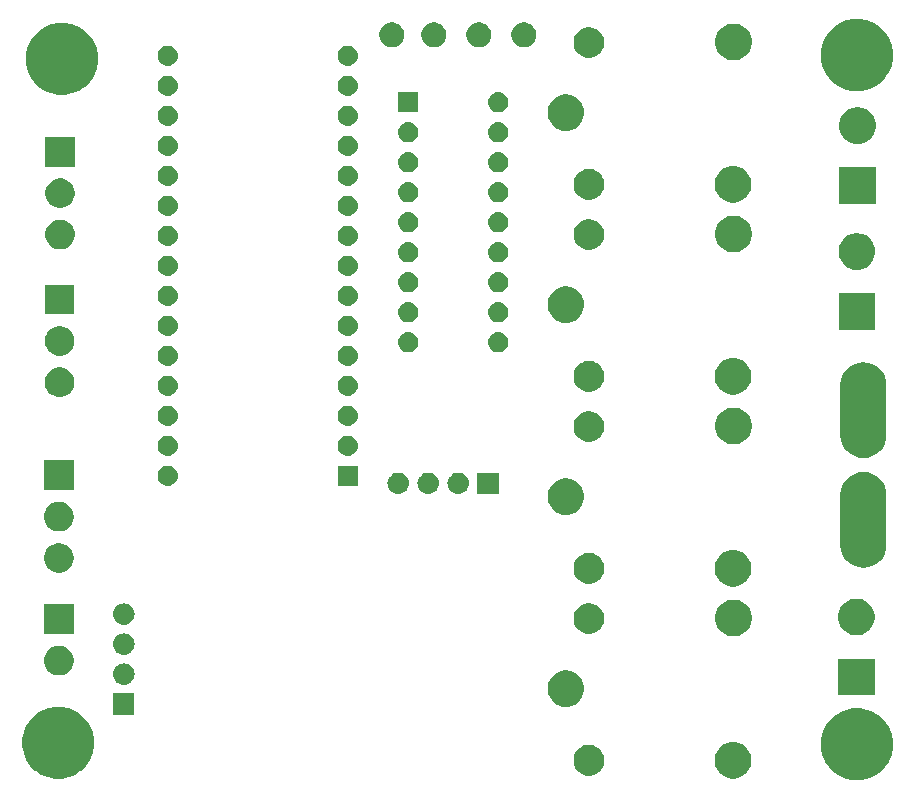
<source format=gbr>
%TF.GenerationSoftware,KiCad,Pcbnew,5.1.4*%
%TF.CreationDate,2019-11-11T17:46:09+01:00*%
%TF.ProjectId,followsun-hardware,666f6c6c-6f77-4737-956e-2d6861726477,rev?*%
%TF.SameCoordinates,Original*%
%TF.FileFunction,Soldermask,Bot*%
%TF.FilePolarity,Negative*%
%FSLAX46Y46*%
G04 Gerber Fmt 4.6, Leading zero omitted, Abs format (unit mm)*
G04 Created by KiCad (PCBNEW 5.1.4) date 2019-11-11 17:46:09*
%MOMM*%
%LPD*%
G04 APERTURE LIST*
%ADD10C,0.100000*%
G04 APERTURE END LIST*
D10*
G36*
X206375943Y-95745248D02*
G01*
X206931189Y-95975238D01*
X207100504Y-96088371D01*
X207430899Y-96309134D01*
X207855866Y-96734101D01*
X207977801Y-96916590D01*
X208189762Y-97233811D01*
X208419752Y-97789057D01*
X208537000Y-98378501D01*
X208537000Y-98979499D01*
X208419752Y-99568943D01*
X208189762Y-100124189D01*
X208167077Y-100158139D01*
X207855866Y-100623899D01*
X207430899Y-101048866D01*
X207370092Y-101089496D01*
X206931189Y-101382762D01*
X206375943Y-101612752D01*
X205786499Y-101730000D01*
X205185501Y-101730000D01*
X204596057Y-101612752D01*
X204040811Y-101382762D01*
X203601908Y-101089496D01*
X203541101Y-101048866D01*
X203116134Y-100623899D01*
X202804923Y-100158139D01*
X202782238Y-100124189D01*
X202552248Y-99568943D01*
X202435000Y-98979499D01*
X202435000Y-98378501D01*
X202552248Y-97789057D01*
X202782238Y-97233811D01*
X202994199Y-96916590D01*
X203116134Y-96734101D01*
X203541101Y-96309134D01*
X203871496Y-96088371D01*
X204040811Y-95975238D01*
X204596057Y-95745248D01*
X205185501Y-95628000D01*
X205786499Y-95628000D01*
X206375943Y-95745248D01*
X206375943Y-95745248D01*
G37*
G36*
X138775943Y-95618248D02*
G01*
X139331189Y-95848238D01*
X139521257Y-95975238D01*
X139830899Y-96182134D01*
X140255866Y-96607101D01*
X140370935Y-96779314D01*
X140589762Y-97106811D01*
X140819752Y-97662057D01*
X140937000Y-98251501D01*
X140937000Y-98852499D01*
X140819752Y-99441943D01*
X140589762Y-99997189D01*
X140589761Y-99997190D01*
X140255866Y-100496899D01*
X139830899Y-100921866D01*
X139753743Y-100973420D01*
X139331189Y-101255762D01*
X138775943Y-101485752D01*
X138186499Y-101603000D01*
X137585501Y-101603000D01*
X136996057Y-101485752D01*
X136440811Y-101255762D01*
X136018257Y-100973420D01*
X135941101Y-100921866D01*
X135516134Y-100496899D01*
X135182239Y-99997190D01*
X135182238Y-99997189D01*
X134952248Y-99441943D01*
X134835000Y-98852499D01*
X134835000Y-98251501D01*
X134952248Y-97662057D01*
X135182238Y-97106811D01*
X135401065Y-96779314D01*
X135516134Y-96607101D01*
X135941101Y-96182134D01*
X136250743Y-95975238D01*
X136440811Y-95848238D01*
X136996057Y-95618248D01*
X137585501Y-95501000D01*
X138186499Y-95501000D01*
X138775943Y-95618248D01*
X138775943Y-95618248D01*
G37*
G36*
X195294442Y-98507580D02*
G01*
X195450410Y-98538604D01*
X195732674Y-98655521D01*
X195986705Y-98825259D01*
X196202741Y-99041295D01*
X196372479Y-99295326D01*
X196489396Y-99577590D01*
X196515599Y-99709322D01*
X196549000Y-99877239D01*
X196549000Y-100182761D01*
X196522813Y-100314410D01*
X196489396Y-100482410D01*
X196372479Y-100764674D01*
X196202741Y-101018705D01*
X195986705Y-101234741D01*
X195732674Y-101404479D01*
X195450410Y-101521396D01*
X195300585Y-101551198D01*
X195150761Y-101581000D01*
X194845239Y-101581000D01*
X194695415Y-101551198D01*
X194545590Y-101521396D01*
X194263326Y-101404479D01*
X194009295Y-101234741D01*
X193793259Y-101018705D01*
X193623521Y-100764674D01*
X193506604Y-100482410D01*
X193473187Y-100314410D01*
X193447000Y-100182761D01*
X193447000Y-99877239D01*
X193480401Y-99709322D01*
X193506604Y-99577590D01*
X193623521Y-99295326D01*
X193793259Y-99041295D01*
X194009295Y-98825259D01*
X194263326Y-98655521D01*
X194545590Y-98538604D01*
X194701558Y-98507580D01*
X194845239Y-98479000D01*
X195150761Y-98479000D01*
X195294442Y-98507580D01*
X195294442Y-98507580D01*
G37*
G36*
X183177487Y-98778996D02*
G01*
X183354938Y-98852499D01*
X183414255Y-98877069D01*
X183576785Y-98985668D01*
X183627339Y-99019447D01*
X183808553Y-99200661D01*
X183950932Y-99413747D01*
X184049004Y-99650513D01*
X184099000Y-99901861D01*
X184099000Y-100158139D01*
X184049004Y-100409487D01*
X183972580Y-100593990D01*
X183950931Y-100646255D01*
X183808553Y-100859339D01*
X183627339Y-101040553D01*
X183414255Y-101182931D01*
X183414254Y-101182932D01*
X183414253Y-101182932D01*
X183177487Y-101281004D01*
X182926139Y-101331000D01*
X182669861Y-101331000D01*
X182418513Y-101281004D01*
X182181747Y-101182932D01*
X182181746Y-101182932D01*
X182181745Y-101182931D01*
X181968661Y-101040553D01*
X181787447Y-100859339D01*
X181645069Y-100646255D01*
X181623420Y-100593990D01*
X181546996Y-100409487D01*
X181497000Y-100158139D01*
X181497000Y-99901861D01*
X181546996Y-99650513D01*
X181645068Y-99413747D01*
X181787447Y-99200661D01*
X181968661Y-99019447D01*
X182019215Y-98985668D01*
X182181745Y-98877069D01*
X182241062Y-98852499D01*
X182418513Y-98778996D01*
X182669861Y-98729000D01*
X182926139Y-98729000D01*
X183177487Y-98778996D01*
X183177487Y-98778996D01*
G37*
G36*
X144325500Y-96172000D02*
G01*
X142523500Y-96172000D01*
X142523500Y-94370000D01*
X144325500Y-94370000D01*
X144325500Y-96172000D01*
X144325500Y-96172000D01*
G37*
G36*
X181150585Y-92458802D02*
G01*
X181300410Y-92488604D01*
X181582674Y-92605521D01*
X181836705Y-92775259D01*
X182052741Y-92991295D01*
X182222479Y-93245326D01*
X182339396Y-93527590D01*
X182399000Y-93827240D01*
X182399000Y-94132760D01*
X182339396Y-94432410D01*
X182222479Y-94714674D01*
X182052741Y-94968705D01*
X181836705Y-95184741D01*
X181582674Y-95354479D01*
X181300410Y-95471396D01*
X181151580Y-95501000D01*
X181000761Y-95531000D01*
X180695239Y-95531000D01*
X180544420Y-95501000D01*
X180395590Y-95471396D01*
X180113326Y-95354479D01*
X179859295Y-95184741D01*
X179643259Y-94968705D01*
X179473521Y-94714674D01*
X179356604Y-94432410D01*
X179297000Y-94132760D01*
X179297000Y-93827240D01*
X179356604Y-93527590D01*
X179473521Y-93245326D01*
X179643259Y-92991295D01*
X179859295Y-92775259D01*
X180113326Y-92605521D01*
X180395590Y-92488604D01*
X180545415Y-92458802D01*
X180695239Y-92429000D01*
X181000761Y-92429000D01*
X181150585Y-92458802D01*
X181150585Y-92458802D01*
G37*
G36*
X206986200Y-94540400D02*
G01*
X203884200Y-94540400D01*
X203884200Y-91438400D01*
X206986200Y-91438400D01*
X206986200Y-94540400D01*
X206986200Y-94540400D01*
G37*
G36*
X143534942Y-91836518D02*
G01*
X143601127Y-91843037D01*
X143770966Y-91894557D01*
X143927491Y-91978222D01*
X143963229Y-92007552D01*
X144064686Y-92090814D01*
X144137688Y-92179769D01*
X144177278Y-92228009D01*
X144260943Y-92384534D01*
X144312463Y-92554373D01*
X144329859Y-92731000D01*
X144312463Y-92907627D01*
X144260943Y-93077466D01*
X144177278Y-93233991D01*
X144147948Y-93269729D01*
X144064686Y-93371186D01*
X143963229Y-93454448D01*
X143927491Y-93483778D01*
X143770966Y-93567443D01*
X143601127Y-93618963D01*
X143534943Y-93625481D01*
X143468760Y-93632000D01*
X143380240Y-93632000D01*
X143314058Y-93625482D01*
X143247873Y-93618963D01*
X143078034Y-93567443D01*
X142921509Y-93483778D01*
X142885771Y-93454448D01*
X142784314Y-93371186D01*
X142701052Y-93269729D01*
X142671722Y-93233991D01*
X142588057Y-93077466D01*
X142536537Y-92907627D01*
X142519141Y-92731000D01*
X142536537Y-92554373D01*
X142588057Y-92384534D01*
X142671722Y-92228009D01*
X142711312Y-92179769D01*
X142784314Y-92090814D01*
X142885771Y-92007552D01*
X142921509Y-91978222D01*
X143078034Y-91894557D01*
X143247873Y-91843037D01*
X143314058Y-91836518D01*
X143380240Y-91830000D01*
X143468760Y-91830000D01*
X143534942Y-91836518D01*
X143534942Y-91836518D01*
G37*
G36*
X138203198Y-90367625D02*
G01*
X138286903Y-90384275D01*
X138514571Y-90478578D01*
X138719466Y-90615485D01*
X138893715Y-90789734D01*
X138921412Y-90831186D01*
X139030623Y-90994631D01*
X139124925Y-91222297D01*
X139167911Y-91438400D01*
X139173000Y-91463987D01*
X139173000Y-91710413D01*
X139124925Y-91952103D01*
X139030622Y-92179771D01*
X138893715Y-92384666D01*
X138719466Y-92558915D01*
X138514571Y-92695822D01*
X138514570Y-92695823D01*
X138514569Y-92695823D01*
X138286903Y-92790125D01*
X138045214Y-92838200D01*
X137798786Y-92838200D01*
X137557097Y-92790125D01*
X137329431Y-92695823D01*
X137329430Y-92695823D01*
X137329429Y-92695822D01*
X137124534Y-92558915D01*
X136950285Y-92384666D01*
X136813378Y-92179771D01*
X136719075Y-91952103D01*
X136671000Y-91710413D01*
X136671000Y-91463987D01*
X136676090Y-91438400D01*
X136719075Y-91222297D01*
X136813377Y-90994631D01*
X136922588Y-90831186D01*
X136950285Y-90789734D01*
X137124534Y-90615485D01*
X137329429Y-90478578D01*
X137557097Y-90384275D01*
X137640802Y-90367625D01*
X137798786Y-90336200D01*
X138045214Y-90336200D01*
X138203198Y-90367625D01*
X138203198Y-90367625D01*
G37*
G36*
X143534942Y-89296518D02*
G01*
X143601127Y-89303037D01*
X143770966Y-89354557D01*
X143927491Y-89438222D01*
X143954515Y-89460400D01*
X144064686Y-89550814D01*
X144147948Y-89652271D01*
X144177278Y-89688009D01*
X144260943Y-89844534D01*
X144312463Y-90014373D01*
X144329859Y-90191000D01*
X144312463Y-90367627D01*
X144260943Y-90537466D01*
X144177278Y-90693991D01*
X144147948Y-90729729D01*
X144064686Y-90831186D01*
X143963229Y-90914448D01*
X143927491Y-90943778D01*
X143770966Y-91027443D01*
X143601127Y-91078963D01*
X143534942Y-91085482D01*
X143468760Y-91092000D01*
X143380240Y-91092000D01*
X143314058Y-91085482D01*
X143247873Y-91078963D01*
X143078034Y-91027443D01*
X142921509Y-90943778D01*
X142885771Y-90914448D01*
X142784314Y-90831186D01*
X142701052Y-90729729D01*
X142671722Y-90693991D01*
X142588057Y-90537466D01*
X142536537Y-90367627D01*
X142519141Y-90191000D01*
X142536537Y-90014373D01*
X142588057Y-89844534D01*
X142671722Y-89688009D01*
X142701052Y-89652271D01*
X142784314Y-89550814D01*
X142894485Y-89460400D01*
X142921509Y-89438222D01*
X143078034Y-89354557D01*
X143247873Y-89303037D01*
X143314058Y-89296518D01*
X143380240Y-89290000D01*
X143468760Y-89290000D01*
X143534942Y-89296518D01*
X143534942Y-89296518D01*
G37*
G36*
X195350585Y-86458802D02*
G01*
X195500410Y-86488604D01*
X195782674Y-86605521D01*
X196036705Y-86775259D01*
X196252741Y-86991295D01*
X196422479Y-87245326D01*
X196539396Y-87527590D01*
X196599000Y-87827240D01*
X196599000Y-88132760D01*
X196539396Y-88432410D01*
X196422479Y-88714674D01*
X196252741Y-88968705D01*
X196036705Y-89184741D01*
X195782674Y-89354479D01*
X195500410Y-89471396D01*
X195350585Y-89501198D01*
X195200761Y-89531000D01*
X194895239Y-89531000D01*
X194745415Y-89501198D01*
X194595590Y-89471396D01*
X194313326Y-89354479D01*
X194059295Y-89184741D01*
X193843259Y-88968705D01*
X193673521Y-88714674D01*
X193556604Y-88432410D01*
X193497000Y-88132760D01*
X193497000Y-87827240D01*
X193556604Y-87527590D01*
X193673521Y-87245326D01*
X193843259Y-86991295D01*
X194059295Y-86775259D01*
X194313326Y-86605521D01*
X194595590Y-86488604D01*
X194745415Y-86458802D01*
X194895239Y-86429000D01*
X195200761Y-86429000D01*
X195350585Y-86458802D01*
X195350585Y-86458802D01*
G37*
G36*
X205737785Y-86388202D02*
G01*
X205887610Y-86418004D01*
X206169874Y-86534921D01*
X206423905Y-86704659D01*
X206639941Y-86920695D01*
X206809679Y-87174726D01*
X206926596Y-87456990D01*
X206986200Y-87756640D01*
X206986200Y-88062160D01*
X206926596Y-88361810D01*
X206809679Y-88644074D01*
X206639941Y-88898105D01*
X206423905Y-89114141D01*
X206169874Y-89283879D01*
X205887610Y-89400796D01*
X205737785Y-89430598D01*
X205587961Y-89460400D01*
X205282439Y-89460400D01*
X205132615Y-89430598D01*
X204982790Y-89400796D01*
X204700526Y-89283879D01*
X204446495Y-89114141D01*
X204230459Y-88898105D01*
X204060721Y-88644074D01*
X203943804Y-88361810D01*
X203884200Y-88062160D01*
X203884200Y-87756640D01*
X203943804Y-87456990D01*
X204060721Y-87174726D01*
X204230459Y-86920695D01*
X204446495Y-86704659D01*
X204700526Y-86534921D01*
X204982790Y-86418004D01*
X205132615Y-86388202D01*
X205282439Y-86358400D01*
X205587961Y-86358400D01*
X205737785Y-86388202D01*
X205737785Y-86388202D01*
G37*
G36*
X139173000Y-89338200D02*
G01*
X136671000Y-89338200D01*
X136671000Y-86836200D01*
X139173000Y-86836200D01*
X139173000Y-89338200D01*
X139173000Y-89338200D01*
G37*
G36*
X183177487Y-86778996D02*
G01*
X183414253Y-86877068D01*
X183414255Y-86877069D01*
X183627339Y-87019447D01*
X183808553Y-87200661D01*
X183877959Y-87304534D01*
X183950932Y-87413747D01*
X184049004Y-87650513D01*
X184099000Y-87901861D01*
X184099000Y-88158139D01*
X184049004Y-88409487D01*
X183950932Y-88646253D01*
X183950931Y-88646255D01*
X183808553Y-88859339D01*
X183627339Y-89040553D01*
X183414255Y-89182931D01*
X183414254Y-89182932D01*
X183414253Y-89182932D01*
X183177487Y-89281004D01*
X182926139Y-89331000D01*
X182669861Y-89331000D01*
X182418513Y-89281004D01*
X182181747Y-89182932D01*
X182181746Y-89182932D01*
X182181745Y-89182931D01*
X181968661Y-89040553D01*
X181787447Y-88859339D01*
X181645069Y-88646255D01*
X181645068Y-88646253D01*
X181546996Y-88409487D01*
X181497000Y-88158139D01*
X181497000Y-87901861D01*
X181546996Y-87650513D01*
X181645068Y-87413747D01*
X181718042Y-87304534D01*
X181787447Y-87200661D01*
X181968661Y-87019447D01*
X182181745Y-86877069D01*
X182181747Y-86877068D01*
X182418513Y-86778996D01*
X182669861Y-86729000D01*
X182926139Y-86729000D01*
X183177487Y-86778996D01*
X183177487Y-86778996D01*
G37*
G36*
X143534943Y-86756519D02*
G01*
X143601127Y-86763037D01*
X143770966Y-86814557D01*
X143927491Y-86898222D01*
X143954874Y-86920695D01*
X144064686Y-87010814D01*
X144147948Y-87112271D01*
X144177278Y-87148009D01*
X144177279Y-87148011D01*
X144229297Y-87245328D01*
X144260943Y-87304534D01*
X144312463Y-87474373D01*
X144329859Y-87651000D01*
X144312463Y-87827627D01*
X144260943Y-87997466D01*
X144177278Y-88153991D01*
X144147948Y-88189729D01*
X144064686Y-88291186D01*
X143978630Y-88361809D01*
X143927491Y-88403778D01*
X143770966Y-88487443D01*
X143601127Y-88538963D01*
X143534943Y-88545481D01*
X143468760Y-88552000D01*
X143380240Y-88552000D01*
X143314057Y-88545481D01*
X143247873Y-88538963D01*
X143078034Y-88487443D01*
X142921509Y-88403778D01*
X142870370Y-88361809D01*
X142784314Y-88291186D01*
X142701052Y-88189729D01*
X142671722Y-88153991D01*
X142588057Y-87997466D01*
X142536537Y-87827627D01*
X142519141Y-87651000D01*
X142536537Y-87474373D01*
X142588057Y-87304534D01*
X142619704Y-87245328D01*
X142671721Y-87148011D01*
X142671722Y-87148009D01*
X142701052Y-87112271D01*
X142784314Y-87010814D01*
X142894126Y-86920695D01*
X142921509Y-86898222D01*
X143078034Y-86814557D01*
X143247873Y-86763037D01*
X143314057Y-86756519D01*
X143380240Y-86750000D01*
X143468760Y-86750000D01*
X143534943Y-86756519D01*
X143534943Y-86756519D01*
G37*
G36*
X195300585Y-82252802D02*
G01*
X195450410Y-82282604D01*
X195732674Y-82399521D01*
X195986705Y-82569259D01*
X196202741Y-82785295D01*
X196372479Y-83039326D01*
X196421530Y-83157747D01*
X196489396Y-83321591D01*
X196549000Y-83621239D01*
X196549000Y-83926761D01*
X196533671Y-84003823D01*
X196489396Y-84226410D01*
X196372479Y-84508674D01*
X196202741Y-84762705D01*
X195986705Y-84978741D01*
X195732674Y-85148479D01*
X195450410Y-85265396D01*
X195300585Y-85295198D01*
X195150761Y-85325000D01*
X194845239Y-85325000D01*
X194695415Y-85295198D01*
X194545590Y-85265396D01*
X194263326Y-85148479D01*
X194009295Y-84978741D01*
X193793259Y-84762705D01*
X193623521Y-84508674D01*
X193506604Y-84226410D01*
X193462329Y-84003823D01*
X193447000Y-83926761D01*
X193447000Y-83621239D01*
X193506604Y-83321591D01*
X193574470Y-83157747D01*
X193623521Y-83039326D01*
X193793259Y-82785295D01*
X194009295Y-82569259D01*
X194263326Y-82399521D01*
X194545590Y-82282604D01*
X194695415Y-82252802D01*
X194845239Y-82223000D01*
X195150761Y-82223000D01*
X195300585Y-82252802D01*
X195300585Y-82252802D01*
G37*
G36*
X183177487Y-82522996D02*
G01*
X183414253Y-82621068D01*
X183414255Y-82621069D01*
X183627339Y-82763447D01*
X183808553Y-82944661D01*
X183950932Y-83157747D01*
X184049004Y-83394513D01*
X184099000Y-83645861D01*
X184099000Y-83902139D01*
X184049004Y-84153487D01*
X184018798Y-84226410D01*
X183950931Y-84390255D01*
X183808553Y-84603339D01*
X183627339Y-84784553D01*
X183414255Y-84926931D01*
X183414254Y-84926932D01*
X183414253Y-84926932D01*
X183177487Y-85025004D01*
X182926139Y-85075000D01*
X182669861Y-85075000D01*
X182418513Y-85025004D01*
X182181747Y-84926932D01*
X182181746Y-84926932D01*
X182181745Y-84926931D01*
X181968661Y-84784553D01*
X181787447Y-84603339D01*
X181645069Y-84390255D01*
X181577202Y-84226410D01*
X181546996Y-84153487D01*
X181497000Y-83902139D01*
X181497000Y-83645861D01*
X181546996Y-83394513D01*
X181645068Y-83157747D01*
X181787447Y-82944661D01*
X181968661Y-82763447D01*
X182181745Y-82621069D01*
X182181747Y-82621068D01*
X182418513Y-82522996D01*
X182669861Y-82473000D01*
X182926139Y-82473000D01*
X183177487Y-82522996D01*
X183177487Y-82522996D01*
G37*
G36*
X138286903Y-81692275D02*
G01*
X138514571Y-81786578D01*
X138719466Y-81923485D01*
X138893715Y-82097734D01*
X139030622Y-82302629D01*
X139030623Y-82302631D01*
X139124925Y-82530297D01*
X139142981Y-82621068D01*
X139173000Y-82771987D01*
X139173000Y-83018413D01*
X139124925Y-83260103D01*
X139030622Y-83487771D01*
X138893715Y-83692666D01*
X138719466Y-83866915D01*
X138514571Y-84003822D01*
X138514570Y-84003823D01*
X138514569Y-84003823D01*
X138286903Y-84098125D01*
X138045214Y-84146200D01*
X137798786Y-84146200D01*
X137557097Y-84098125D01*
X137329431Y-84003823D01*
X137329430Y-84003823D01*
X137329429Y-84003822D01*
X137124534Y-83866915D01*
X136950285Y-83692666D01*
X136813378Y-83487771D01*
X136719075Y-83260103D01*
X136671000Y-83018413D01*
X136671000Y-82771987D01*
X136701020Y-82621068D01*
X136719075Y-82530297D01*
X136813377Y-82302631D01*
X136813378Y-82302629D01*
X136950285Y-82097734D01*
X137124534Y-81923485D01*
X137329429Y-81786578D01*
X137557097Y-81692275D01*
X137798786Y-81644200D01*
X138045214Y-81644200D01*
X138286903Y-81692275D01*
X138286903Y-81692275D01*
G37*
G36*
X206427262Y-75657029D02*
G01*
X206795027Y-75768590D01*
X207133962Y-75949754D01*
X207431040Y-76193560D01*
X207674846Y-76490638D01*
X207856010Y-76829572D01*
X207967571Y-77197337D01*
X207995800Y-77483953D01*
X207995800Y-81875647D01*
X207967571Y-82162263D01*
X207856010Y-82530028D01*
X207674846Y-82868962D01*
X207431040Y-83166040D01*
X207133962Y-83409846D01*
X206795028Y-83591010D01*
X206427263Y-83702571D01*
X206044800Y-83740240D01*
X205662338Y-83702571D01*
X205294573Y-83591010D01*
X204955639Y-83409846D01*
X204658561Y-83166040D01*
X204414755Y-82868962D01*
X204233591Y-82530028D01*
X204122030Y-82162263D01*
X204093801Y-81875647D01*
X204093800Y-77483954D01*
X204122029Y-77197338D01*
X204233590Y-76829573D01*
X204414754Y-76490638D01*
X204658560Y-76193560D01*
X204955638Y-75949754D01*
X205294572Y-75768590D01*
X205662337Y-75657029D01*
X206044800Y-75619360D01*
X206427262Y-75657029D01*
X206427262Y-75657029D01*
G37*
G36*
X138207139Y-78176409D02*
G01*
X138286903Y-78192275D01*
X138514571Y-78286578D01*
X138719466Y-78423485D01*
X138893715Y-78597734D01*
X138970536Y-78712705D01*
X139030623Y-78802631D01*
X139124925Y-79030297D01*
X139161744Y-79215396D01*
X139173000Y-79271987D01*
X139173000Y-79518413D01*
X139124925Y-79760103D01*
X139030622Y-79987771D01*
X138893715Y-80192666D01*
X138719466Y-80366915D01*
X138514571Y-80503822D01*
X138514570Y-80503823D01*
X138514569Y-80503823D01*
X138286903Y-80598125D01*
X138045214Y-80646200D01*
X137798786Y-80646200D01*
X137557097Y-80598125D01*
X137329431Y-80503823D01*
X137329430Y-80503823D01*
X137329429Y-80503822D01*
X137124534Y-80366915D01*
X136950285Y-80192666D01*
X136813378Y-79987771D01*
X136719075Y-79760103D01*
X136671000Y-79518413D01*
X136671000Y-79271987D01*
X136682257Y-79215396D01*
X136719075Y-79030297D01*
X136813377Y-78802631D01*
X136873464Y-78712705D01*
X136950285Y-78597734D01*
X137124534Y-78423485D01*
X137329429Y-78286578D01*
X137557097Y-78192275D01*
X137636861Y-78176409D01*
X137798786Y-78144200D01*
X138045214Y-78144200D01*
X138207139Y-78176409D01*
X138207139Y-78176409D01*
G37*
G36*
X181150585Y-76202802D02*
G01*
X181300410Y-76232604D01*
X181582674Y-76349521D01*
X181836705Y-76519259D01*
X182052741Y-76735295D01*
X182222479Y-76989326D01*
X182339396Y-77271590D01*
X182399000Y-77571240D01*
X182399000Y-77876760D01*
X182339396Y-78176410D01*
X182222479Y-78458674D01*
X182052741Y-78712705D01*
X181836705Y-78928741D01*
X181582674Y-79098479D01*
X181300410Y-79215396D01*
X181150585Y-79245198D01*
X181000761Y-79275000D01*
X180695239Y-79275000D01*
X180545415Y-79245198D01*
X180395590Y-79215396D01*
X180113326Y-79098479D01*
X179859295Y-78928741D01*
X179643259Y-78712705D01*
X179473521Y-78458674D01*
X179356604Y-78176410D01*
X179297000Y-77876760D01*
X179297000Y-77571240D01*
X179356604Y-77271590D01*
X179473521Y-76989326D01*
X179643259Y-76735295D01*
X179859295Y-76519259D01*
X180113326Y-76349521D01*
X180395590Y-76232604D01*
X180545415Y-76202802D01*
X180695239Y-76173000D01*
X181000761Y-76173000D01*
X181150585Y-76202802D01*
X181150585Y-76202802D01*
G37*
G36*
X175166000Y-77478600D02*
G01*
X173364000Y-77478600D01*
X173364000Y-75676600D01*
X175166000Y-75676600D01*
X175166000Y-77478600D01*
X175166000Y-77478600D01*
G37*
G36*
X171835442Y-75683118D02*
G01*
X171901627Y-75689637D01*
X172071466Y-75741157D01*
X172227991Y-75824822D01*
X172263729Y-75854152D01*
X172365186Y-75937414D01*
X172448448Y-76038871D01*
X172477778Y-76074609D01*
X172477779Y-76074611D01*
X172530370Y-76173000D01*
X172561443Y-76231134D01*
X172612963Y-76400973D01*
X172630359Y-76577600D01*
X172612963Y-76754227D01*
X172561443Y-76924066D01*
X172477778Y-77080591D01*
X172448448Y-77116329D01*
X172365186Y-77217786D01*
X172299623Y-77271591D01*
X172227991Y-77330378D01*
X172071466Y-77414043D01*
X171901627Y-77465563D01*
X171835442Y-77472082D01*
X171769260Y-77478600D01*
X171680740Y-77478600D01*
X171614558Y-77472082D01*
X171548373Y-77465563D01*
X171378534Y-77414043D01*
X171222009Y-77330378D01*
X171150377Y-77271591D01*
X171084814Y-77217786D01*
X171001552Y-77116329D01*
X170972222Y-77080591D01*
X170888557Y-76924066D01*
X170837037Y-76754227D01*
X170819641Y-76577600D01*
X170837037Y-76400973D01*
X170888557Y-76231134D01*
X170919631Y-76173000D01*
X170972221Y-76074611D01*
X170972222Y-76074609D01*
X171001552Y-76038871D01*
X171084814Y-75937414D01*
X171186271Y-75854152D01*
X171222009Y-75824822D01*
X171378534Y-75741157D01*
X171548373Y-75689637D01*
X171614558Y-75683118D01*
X171680740Y-75676600D01*
X171769260Y-75676600D01*
X171835442Y-75683118D01*
X171835442Y-75683118D01*
G37*
G36*
X166755442Y-75683118D02*
G01*
X166821627Y-75689637D01*
X166991466Y-75741157D01*
X167147991Y-75824822D01*
X167183729Y-75854152D01*
X167285186Y-75937414D01*
X167368448Y-76038871D01*
X167397778Y-76074609D01*
X167397779Y-76074611D01*
X167450370Y-76173000D01*
X167481443Y-76231134D01*
X167532963Y-76400973D01*
X167550359Y-76577600D01*
X167532963Y-76754227D01*
X167481443Y-76924066D01*
X167397778Y-77080591D01*
X167368448Y-77116329D01*
X167285186Y-77217786D01*
X167219623Y-77271591D01*
X167147991Y-77330378D01*
X166991466Y-77414043D01*
X166821627Y-77465563D01*
X166755442Y-77472082D01*
X166689260Y-77478600D01*
X166600740Y-77478600D01*
X166534558Y-77472082D01*
X166468373Y-77465563D01*
X166298534Y-77414043D01*
X166142009Y-77330378D01*
X166070377Y-77271591D01*
X166004814Y-77217786D01*
X165921552Y-77116329D01*
X165892222Y-77080591D01*
X165808557Y-76924066D01*
X165757037Y-76754227D01*
X165739641Y-76577600D01*
X165757037Y-76400973D01*
X165808557Y-76231134D01*
X165839631Y-76173000D01*
X165892221Y-76074611D01*
X165892222Y-76074609D01*
X165921552Y-76038871D01*
X166004814Y-75937414D01*
X166106271Y-75854152D01*
X166142009Y-75824822D01*
X166298534Y-75741157D01*
X166468373Y-75689637D01*
X166534558Y-75683118D01*
X166600740Y-75676600D01*
X166689260Y-75676600D01*
X166755442Y-75683118D01*
X166755442Y-75683118D01*
G37*
G36*
X169295442Y-75683118D02*
G01*
X169361627Y-75689637D01*
X169531466Y-75741157D01*
X169687991Y-75824822D01*
X169723729Y-75854152D01*
X169825186Y-75937414D01*
X169908448Y-76038871D01*
X169937778Y-76074609D01*
X169937779Y-76074611D01*
X169990370Y-76173000D01*
X170021443Y-76231134D01*
X170072963Y-76400973D01*
X170090359Y-76577600D01*
X170072963Y-76754227D01*
X170021443Y-76924066D01*
X169937778Y-77080591D01*
X169908448Y-77116329D01*
X169825186Y-77217786D01*
X169759623Y-77271591D01*
X169687991Y-77330378D01*
X169531466Y-77414043D01*
X169361627Y-77465563D01*
X169295442Y-77472082D01*
X169229260Y-77478600D01*
X169140740Y-77478600D01*
X169074558Y-77472082D01*
X169008373Y-77465563D01*
X168838534Y-77414043D01*
X168682009Y-77330378D01*
X168610377Y-77271591D01*
X168544814Y-77217786D01*
X168461552Y-77116329D01*
X168432222Y-77080591D01*
X168348557Y-76924066D01*
X168297037Y-76754227D01*
X168279641Y-76577600D01*
X168297037Y-76400973D01*
X168348557Y-76231134D01*
X168379631Y-76173000D01*
X168432221Y-76074611D01*
X168432222Y-76074609D01*
X168461552Y-76038871D01*
X168544814Y-75937414D01*
X168646271Y-75854152D01*
X168682009Y-75824822D01*
X168838534Y-75741157D01*
X169008373Y-75689637D01*
X169074558Y-75683118D01*
X169140740Y-75676600D01*
X169229260Y-75676600D01*
X169295442Y-75683118D01*
X169295442Y-75683118D01*
G37*
G36*
X139173000Y-77146200D02*
G01*
X136671000Y-77146200D01*
X136671000Y-74644200D01*
X139173000Y-74644200D01*
X139173000Y-77146200D01*
X139173000Y-77146200D01*
G37*
G36*
X147296323Y-75107313D02*
G01*
X147456742Y-75155976D01*
X147589406Y-75226886D01*
X147604578Y-75234996D01*
X147734159Y-75341341D01*
X147840504Y-75470922D01*
X147840505Y-75470924D01*
X147919524Y-75618758D01*
X147968187Y-75779177D01*
X147984617Y-75946000D01*
X147968187Y-76112823D01*
X147919524Y-76273242D01*
X147878752Y-76349521D01*
X147840504Y-76421078D01*
X147734159Y-76550659D01*
X147604578Y-76657004D01*
X147604576Y-76657005D01*
X147456742Y-76736024D01*
X147296323Y-76784687D01*
X147171304Y-76797000D01*
X147087696Y-76797000D01*
X146962677Y-76784687D01*
X146802258Y-76736024D01*
X146654424Y-76657005D01*
X146654422Y-76657004D01*
X146524841Y-76550659D01*
X146418496Y-76421078D01*
X146380248Y-76349521D01*
X146339476Y-76273242D01*
X146290813Y-76112823D01*
X146274383Y-75946000D01*
X146290813Y-75779177D01*
X146339476Y-75618758D01*
X146418495Y-75470924D01*
X146418496Y-75470922D01*
X146524841Y-75341341D01*
X146654422Y-75234996D01*
X146669594Y-75226886D01*
X146802258Y-75155976D01*
X146962677Y-75107313D01*
X147087696Y-75095000D01*
X147171304Y-75095000D01*
X147296323Y-75107313D01*
X147296323Y-75107313D01*
G37*
G36*
X163220500Y-76797000D02*
G01*
X161518500Y-76797000D01*
X161518500Y-75095000D01*
X163220500Y-75095000D01*
X163220500Y-76797000D01*
X163220500Y-76797000D01*
G37*
G36*
X206427262Y-66357029D02*
G01*
X206795027Y-66468590D01*
X207133962Y-66649754D01*
X207431040Y-66893560D01*
X207674846Y-67190638D01*
X207856010Y-67529572D01*
X207967571Y-67897337D01*
X207995800Y-68183953D01*
X207995800Y-72575647D01*
X207967571Y-72862263D01*
X207856010Y-73230028D01*
X207674846Y-73568962D01*
X207431040Y-73866040D01*
X207133962Y-74109846D01*
X206795028Y-74291010D01*
X206427263Y-74402571D01*
X206044800Y-74440240D01*
X205662338Y-74402571D01*
X205294573Y-74291010D01*
X204955639Y-74109846D01*
X204658561Y-73866040D01*
X204414755Y-73568962D01*
X204233591Y-73230028D01*
X204122030Y-72862263D01*
X204093801Y-72575647D01*
X204093800Y-68183954D01*
X204122029Y-67897338D01*
X204233590Y-67529573D01*
X204414754Y-67190638D01*
X204658560Y-66893560D01*
X204955638Y-66649754D01*
X205294572Y-66468590D01*
X205662337Y-66357029D01*
X206044800Y-66319360D01*
X206427262Y-66357029D01*
X206427262Y-66357029D01*
G37*
G36*
X162536323Y-72567313D02*
G01*
X162696742Y-72615976D01*
X162829406Y-72686886D01*
X162844578Y-72694996D01*
X162974159Y-72801341D01*
X163080504Y-72930922D01*
X163080505Y-72930924D01*
X163159524Y-73078758D01*
X163208187Y-73239177D01*
X163224617Y-73406000D01*
X163208187Y-73572823D01*
X163159524Y-73733242D01*
X163088614Y-73865906D01*
X163080504Y-73881078D01*
X162974159Y-74010659D01*
X162844578Y-74117004D01*
X162844576Y-74117005D01*
X162696742Y-74196024D01*
X162536323Y-74244687D01*
X162411304Y-74257000D01*
X162327696Y-74257000D01*
X162202677Y-74244687D01*
X162042258Y-74196024D01*
X161894424Y-74117005D01*
X161894422Y-74117004D01*
X161764841Y-74010659D01*
X161658496Y-73881078D01*
X161650386Y-73865906D01*
X161579476Y-73733242D01*
X161530813Y-73572823D01*
X161514383Y-73406000D01*
X161530813Y-73239177D01*
X161579476Y-73078758D01*
X161658495Y-72930924D01*
X161658496Y-72930922D01*
X161764841Y-72801341D01*
X161894422Y-72694996D01*
X161909594Y-72686886D01*
X162042258Y-72615976D01*
X162202677Y-72567313D01*
X162327696Y-72555000D01*
X162411304Y-72555000D01*
X162536323Y-72567313D01*
X162536323Y-72567313D01*
G37*
G36*
X147296323Y-72567313D02*
G01*
X147456742Y-72615976D01*
X147589406Y-72686886D01*
X147604578Y-72694996D01*
X147734159Y-72801341D01*
X147840504Y-72930922D01*
X147840505Y-72930924D01*
X147919524Y-73078758D01*
X147968187Y-73239177D01*
X147984617Y-73406000D01*
X147968187Y-73572823D01*
X147919524Y-73733242D01*
X147848614Y-73865906D01*
X147840504Y-73881078D01*
X147734159Y-74010659D01*
X147604578Y-74117004D01*
X147604576Y-74117005D01*
X147456742Y-74196024D01*
X147296323Y-74244687D01*
X147171304Y-74257000D01*
X147087696Y-74257000D01*
X146962677Y-74244687D01*
X146802258Y-74196024D01*
X146654424Y-74117005D01*
X146654422Y-74117004D01*
X146524841Y-74010659D01*
X146418496Y-73881078D01*
X146410386Y-73865906D01*
X146339476Y-73733242D01*
X146290813Y-73572823D01*
X146274383Y-73406000D01*
X146290813Y-73239177D01*
X146339476Y-73078758D01*
X146418495Y-72930924D01*
X146418496Y-72930922D01*
X146524841Y-72801341D01*
X146654422Y-72694996D01*
X146669594Y-72686886D01*
X146802258Y-72615976D01*
X146962677Y-72567313D01*
X147087696Y-72555000D01*
X147171304Y-72555000D01*
X147296323Y-72567313D01*
X147296323Y-72567313D01*
G37*
G36*
X195350585Y-70202802D02*
G01*
X195500410Y-70232604D01*
X195782674Y-70349521D01*
X196036705Y-70519259D01*
X196252741Y-70735295D01*
X196422479Y-70989326D01*
X196539396Y-71271590D01*
X196599000Y-71571240D01*
X196599000Y-71876760D01*
X196539396Y-72176410D01*
X196422479Y-72458674D01*
X196252741Y-72712705D01*
X196036705Y-72928741D01*
X195782674Y-73098479D01*
X195500410Y-73215396D01*
X195350585Y-73245198D01*
X195200761Y-73275000D01*
X194895239Y-73275000D01*
X194745415Y-73245198D01*
X194595590Y-73215396D01*
X194313326Y-73098479D01*
X194059295Y-72928741D01*
X193843259Y-72712705D01*
X193673521Y-72458674D01*
X193556604Y-72176410D01*
X193497000Y-71876760D01*
X193497000Y-71571240D01*
X193556604Y-71271590D01*
X193673521Y-70989326D01*
X193843259Y-70735295D01*
X194059295Y-70519259D01*
X194313326Y-70349521D01*
X194595590Y-70232604D01*
X194745415Y-70202802D01*
X194895239Y-70173000D01*
X195200761Y-70173000D01*
X195350585Y-70202802D01*
X195350585Y-70202802D01*
G37*
G36*
X183177487Y-70522996D02*
G01*
X183414253Y-70621068D01*
X183414255Y-70621069D01*
X183585208Y-70735296D01*
X183627339Y-70763447D01*
X183808553Y-70944661D01*
X183950932Y-71157747D01*
X184049004Y-71394513D01*
X184099000Y-71645861D01*
X184099000Y-71902139D01*
X184049004Y-72153487D01*
X183950932Y-72390253D01*
X183950931Y-72390255D01*
X183808553Y-72603339D01*
X183627339Y-72784553D01*
X183414255Y-72926931D01*
X183414254Y-72926932D01*
X183414253Y-72926932D01*
X183177487Y-73025004D01*
X182926139Y-73075000D01*
X182669861Y-73075000D01*
X182418513Y-73025004D01*
X182181747Y-72926932D01*
X182181746Y-72926932D01*
X182181745Y-72926931D01*
X181968661Y-72784553D01*
X181787447Y-72603339D01*
X181645069Y-72390255D01*
X181645068Y-72390253D01*
X181546996Y-72153487D01*
X181497000Y-71902139D01*
X181497000Y-71645861D01*
X181546996Y-71394513D01*
X181645068Y-71157747D01*
X181787447Y-70944661D01*
X181968661Y-70763447D01*
X182010792Y-70735296D01*
X182181745Y-70621069D01*
X182181747Y-70621068D01*
X182418513Y-70522996D01*
X182669861Y-70473000D01*
X182926139Y-70473000D01*
X183177487Y-70522996D01*
X183177487Y-70522996D01*
G37*
G36*
X162536323Y-70027313D02*
G01*
X162696742Y-70075976D01*
X162829406Y-70146886D01*
X162844578Y-70154996D01*
X162974159Y-70261341D01*
X163080504Y-70390922D01*
X163080505Y-70390924D01*
X163159524Y-70538758D01*
X163208187Y-70699177D01*
X163224617Y-70866000D01*
X163208187Y-71032823D01*
X163159524Y-71193242D01*
X163088614Y-71325906D01*
X163080504Y-71341078D01*
X162974159Y-71470659D01*
X162844578Y-71577004D01*
X162844576Y-71577005D01*
X162696742Y-71656024D01*
X162536323Y-71704687D01*
X162411304Y-71717000D01*
X162327696Y-71717000D01*
X162202677Y-71704687D01*
X162042258Y-71656024D01*
X161894424Y-71577005D01*
X161894422Y-71577004D01*
X161764841Y-71470659D01*
X161658496Y-71341078D01*
X161650386Y-71325906D01*
X161579476Y-71193242D01*
X161530813Y-71032823D01*
X161514383Y-70866000D01*
X161530813Y-70699177D01*
X161579476Y-70538758D01*
X161658495Y-70390924D01*
X161658496Y-70390922D01*
X161764841Y-70261341D01*
X161894422Y-70154996D01*
X161909594Y-70146886D01*
X162042258Y-70075976D01*
X162202677Y-70027313D01*
X162327696Y-70015000D01*
X162411304Y-70015000D01*
X162536323Y-70027313D01*
X162536323Y-70027313D01*
G37*
G36*
X147296323Y-70027313D02*
G01*
X147456742Y-70075976D01*
X147589406Y-70146886D01*
X147604578Y-70154996D01*
X147734159Y-70261341D01*
X147840504Y-70390922D01*
X147840505Y-70390924D01*
X147919524Y-70538758D01*
X147968187Y-70699177D01*
X147984617Y-70866000D01*
X147968187Y-71032823D01*
X147919524Y-71193242D01*
X147848614Y-71325906D01*
X147840504Y-71341078D01*
X147734159Y-71470659D01*
X147604578Y-71577004D01*
X147604576Y-71577005D01*
X147456742Y-71656024D01*
X147296323Y-71704687D01*
X147171304Y-71717000D01*
X147087696Y-71717000D01*
X146962677Y-71704687D01*
X146802258Y-71656024D01*
X146654424Y-71577005D01*
X146654422Y-71577004D01*
X146524841Y-71470659D01*
X146418496Y-71341078D01*
X146410386Y-71325906D01*
X146339476Y-71193242D01*
X146290813Y-71032823D01*
X146274383Y-70866000D01*
X146290813Y-70699177D01*
X146339476Y-70538758D01*
X146418495Y-70390924D01*
X146418496Y-70390922D01*
X146524841Y-70261341D01*
X146654422Y-70154996D01*
X146669594Y-70146886D01*
X146802258Y-70075976D01*
X146962677Y-70027313D01*
X147087696Y-70015000D01*
X147171304Y-70015000D01*
X147296323Y-70027313D01*
X147296323Y-70027313D01*
G37*
G36*
X138350403Y-66820575D02*
G01*
X138578071Y-66914878D01*
X138782966Y-67051785D01*
X138957215Y-67226034D01*
X138957216Y-67226036D01*
X139094123Y-67430931D01*
X139188425Y-67658597D01*
X139235914Y-67897338D01*
X139236500Y-67900287D01*
X139236500Y-68146713D01*
X139188425Y-68388403D01*
X139094122Y-68616071D01*
X138957215Y-68820966D01*
X138782966Y-68995215D01*
X138578071Y-69132122D01*
X138578070Y-69132123D01*
X138578069Y-69132123D01*
X138350403Y-69226425D01*
X138108714Y-69274500D01*
X137862286Y-69274500D01*
X137620597Y-69226425D01*
X137392931Y-69132123D01*
X137392930Y-69132123D01*
X137392929Y-69132122D01*
X137188034Y-68995215D01*
X137013785Y-68820966D01*
X136876878Y-68616071D01*
X136782575Y-68388403D01*
X136734500Y-68146713D01*
X136734500Y-67900287D01*
X136735087Y-67897338D01*
X136782575Y-67658597D01*
X136876877Y-67430931D01*
X137013784Y-67226036D01*
X137013785Y-67226034D01*
X137188034Y-67051785D01*
X137392929Y-66914878D01*
X137620597Y-66820575D01*
X137862286Y-66772500D01*
X138108714Y-66772500D01*
X138350403Y-66820575D01*
X138350403Y-66820575D01*
G37*
G36*
X162536323Y-67487313D02*
G01*
X162666880Y-67526917D01*
X162675625Y-67529570D01*
X162696742Y-67535976D01*
X162829406Y-67606886D01*
X162844578Y-67614996D01*
X162974159Y-67721341D01*
X163080504Y-67850922D01*
X163080505Y-67850924D01*
X163159524Y-67998758D01*
X163208187Y-68159177D01*
X163224617Y-68326000D01*
X163208187Y-68492823D01*
X163159524Y-68653242D01*
X163122376Y-68722741D01*
X163080504Y-68801078D01*
X162974159Y-68930659D01*
X162844578Y-69037004D01*
X162844576Y-69037005D01*
X162696742Y-69116024D01*
X162536323Y-69164687D01*
X162411304Y-69177000D01*
X162327696Y-69177000D01*
X162202677Y-69164687D01*
X162042258Y-69116024D01*
X161894424Y-69037005D01*
X161894422Y-69037004D01*
X161764841Y-68930659D01*
X161658496Y-68801078D01*
X161616624Y-68722741D01*
X161579476Y-68653242D01*
X161530813Y-68492823D01*
X161514383Y-68326000D01*
X161530813Y-68159177D01*
X161579476Y-67998758D01*
X161658495Y-67850924D01*
X161658496Y-67850922D01*
X161764841Y-67721341D01*
X161894422Y-67614996D01*
X161909594Y-67606886D01*
X162042258Y-67535976D01*
X162063376Y-67529570D01*
X162072120Y-67526917D01*
X162202677Y-67487313D01*
X162327696Y-67475000D01*
X162411304Y-67475000D01*
X162536323Y-67487313D01*
X162536323Y-67487313D01*
G37*
G36*
X147296323Y-67487313D02*
G01*
X147426880Y-67526917D01*
X147435625Y-67529570D01*
X147456742Y-67535976D01*
X147589406Y-67606886D01*
X147604578Y-67614996D01*
X147734159Y-67721341D01*
X147840504Y-67850922D01*
X147840505Y-67850924D01*
X147919524Y-67998758D01*
X147968187Y-68159177D01*
X147984617Y-68326000D01*
X147968187Y-68492823D01*
X147919524Y-68653242D01*
X147882376Y-68722741D01*
X147840504Y-68801078D01*
X147734159Y-68930659D01*
X147604578Y-69037004D01*
X147604576Y-69037005D01*
X147456742Y-69116024D01*
X147296323Y-69164687D01*
X147171304Y-69177000D01*
X147087696Y-69177000D01*
X146962677Y-69164687D01*
X146802258Y-69116024D01*
X146654424Y-69037005D01*
X146654422Y-69037004D01*
X146524841Y-68930659D01*
X146418496Y-68801078D01*
X146376624Y-68722741D01*
X146339476Y-68653242D01*
X146290813Y-68492823D01*
X146274383Y-68326000D01*
X146290813Y-68159177D01*
X146339476Y-67998758D01*
X146418495Y-67850924D01*
X146418496Y-67850922D01*
X146524841Y-67721341D01*
X146654422Y-67614996D01*
X146669594Y-67606886D01*
X146802258Y-67535976D01*
X146823376Y-67529570D01*
X146832120Y-67526917D01*
X146962677Y-67487313D01*
X147087696Y-67475000D01*
X147171304Y-67475000D01*
X147296323Y-67487313D01*
X147296323Y-67487313D01*
G37*
G36*
X195300585Y-65996802D02*
G01*
X195450410Y-66026604D01*
X195732674Y-66143521D01*
X195986705Y-66313259D01*
X196202741Y-66529295D01*
X196372479Y-66783326D01*
X196489396Y-67065590D01*
X196549000Y-67365240D01*
X196549000Y-67670760D01*
X196489396Y-67970410D01*
X196372479Y-68252674D01*
X196202741Y-68506705D01*
X195986705Y-68722741D01*
X195732674Y-68892479D01*
X195450410Y-69009396D01*
X195311615Y-69037004D01*
X195150761Y-69069000D01*
X194845239Y-69069000D01*
X194684385Y-69037004D01*
X194545590Y-69009396D01*
X194263326Y-68892479D01*
X194009295Y-68722741D01*
X193793259Y-68506705D01*
X193623521Y-68252674D01*
X193506604Y-67970410D01*
X193447000Y-67670760D01*
X193447000Y-67365240D01*
X193506604Y-67065590D01*
X193623521Y-66783326D01*
X193793259Y-66529295D01*
X194009295Y-66313259D01*
X194263326Y-66143521D01*
X194545590Y-66026604D01*
X194695415Y-65996802D01*
X194845239Y-65967000D01*
X195150761Y-65967000D01*
X195300585Y-65996802D01*
X195300585Y-65996802D01*
G37*
G36*
X183177487Y-66266996D02*
G01*
X183414253Y-66365068D01*
X183414255Y-66365069D01*
X183452553Y-66390659D01*
X183627339Y-66507447D01*
X183808553Y-66688661D01*
X183950932Y-66901747D01*
X184049004Y-67138513D01*
X184099000Y-67389861D01*
X184099000Y-67646139D01*
X184049004Y-67897487D01*
X183950932Y-68134253D01*
X183950931Y-68134255D01*
X183808553Y-68347339D01*
X183627339Y-68528553D01*
X183414255Y-68670931D01*
X183414254Y-68670932D01*
X183414253Y-68670932D01*
X183177487Y-68769004D01*
X182926139Y-68819000D01*
X182669861Y-68819000D01*
X182418513Y-68769004D01*
X182181747Y-68670932D01*
X182181746Y-68670932D01*
X182181745Y-68670931D01*
X181968661Y-68528553D01*
X181787447Y-68347339D01*
X181645069Y-68134255D01*
X181645068Y-68134253D01*
X181546996Y-67897487D01*
X181497000Y-67646139D01*
X181497000Y-67389861D01*
X181546996Y-67138513D01*
X181645068Y-66901747D01*
X181787447Y-66688661D01*
X181968661Y-66507447D01*
X182143447Y-66390659D01*
X182181745Y-66365069D01*
X182181747Y-66365068D01*
X182418513Y-66266996D01*
X182669861Y-66217000D01*
X182926139Y-66217000D01*
X183177487Y-66266996D01*
X183177487Y-66266996D01*
G37*
G36*
X162536323Y-64947313D02*
G01*
X162696742Y-64995976D01*
X162829406Y-65066886D01*
X162844578Y-65074996D01*
X162974159Y-65181341D01*
X163080504Y-65310922D01*
X163085873Y-65320966D01*
X163159524Y-65458758D01*
X163159525Y-65458761D01*
X163168583Y-65488620D01*
X163208187Y-65619177D01*
X163224617Y-65786000D01*
X163208187Y-65952823D01*
X163159524Y-66113242D01*
X163104064Y-66217000D01*
X163080504Y-66261078D01*
X162974159Y-66390659D01*
X162844578Y-66497004D01*
X162844576Y-66497005D01*
X162696742Y-66576024D01*
X162536323Y-66624687D01*
X162411304Y-66637000D01*
X162327696Y-66637000D01*
X162202677Y-66624687D01*
X162042258Y-66576024D01*
X161894424Y-66497005D01*
X161894422Y-66497004D01*
X161764841Y-66390659D01*
X161658496Y-66261078D01*
X161634936Y-66217000D01*
X161579476Y-66113242D01*
X161530813Y-65952823D01*
X161514383Y-65786000D01*
X161530813Y-65619177D01*
X161570417Y-65488620D01*
X161579475Y-65458761D01*
X161579476Y-65458758D01*
X161653127Y-65320966D01*
X161658496Y-65310922D01*
X161764841Y-65181341D01*
X161894422Y-65074996D01*
X161909594Y-65066886D01*
X162042258Y-64995976D01*
X162202677Y-64947313D01*
X162327696Y-64935000D01*
X162411304Y-64935000D01*
X162536323Y-64947313D01*
X162536323Y-64947313D01*
G37*
G36*
X147296323Y-64947313D02*
G01*
X147456742Y-64995976D01*
X147589406Y-65066886D01*
X147604578Y-65074996D01*
X147734159Y-65181341D01*
X147840504Y-65310922D01*
X147845873Y-65320966D01*
X147919524Y-65458758D01*
X147919525Y-65458761D01*
X147928583Y-65488620D01*
X147968187Y-65619177D01*
X147984617Y-65786000D01*
X147968187Y-65952823D01*
X147919524Y-66113242D01*
X147864064Y-66217000D01*
X147840504Y-66261078D01*
X147734159Y-66390659D01*
X147604578Y-66497004D01*
X147604576Y-66497005D01*
X147456742Y-66576024D01*
X147296323Y-66624687D01*
X147171304Y-66637000D01*
X147087696Y-66637000D01*
X146962677Y-66624687D01*
X146802258Y-66576024D01*
X146654424Y-66497005D01*
X146654422Y-66497004D01*
X146524841Y-66390659D01*
X146418496Y-66261078D01*
X146394936Y-66217000D01*
X146339476Y-66113242D01*
X146290813Y-65952823D01*
X146274383Y-65786000D01*
X146290813Y-65619177D01*
X146330417Y-65488620D01*
X146339475Y-65458761D01*
X146339476Y-65458758D01*
X146413127Y-65320966D01*
X146418496Y-65310922D01*
X146524841Y-65181341D01*
X146654422Y-65074996D01*
X146669594Y-65066886D01*
X146802258Y-64995976D01*
X146962677Y-64947313D01*
X147087696Y-64935000D01*
X147171304Y-64935000D01*
X147296323Y-64947313D01*
X147296323Y-64947313D01*
G37*
G36*
X138350403Y-63320575D02*
G01*
X138578071Y-63414878D01*
X138782966Y-63551785D01*
X138957215Y-63726034D01*
X139042035Y-63852976D01*
X139094123Y-63930931D01*
X139188425Y-64158597D01*
X139236500Y-64400286D01*
X139236500Y-64646714D01*
X139188425Y-64888403D01*
X139154528Y-64970239D01*
X139094122Y-65116071D01*
X138957215Y-65320966D01*
X138782966Y-65495215D01*
X138578071Y-65632122D01*
X138578070Y-65632123D01*
X138578069Y-65632123D01*
X138350403Y-65726425D01*
X138108714Y-65774500D01*
X137862286Y-65774500D01*
X137620597Y-65726425D01*
X137392931Y-65632123D01*
X137392930Y-65632123D01*
X137392929Y-65632122D01*
X137188034Y-65495215D01*
X137013785Y-65320966D01*
X136876878Y-65116071D01*
X136816473Y-64970239D01*
X136782575Y-64888403D01*
X136734500Y-64646714D01*
X136734500Y-64400286D01*
X136782575Y-64158597D01*
X136876877Y-63930931D01*
X136928965Y-63852976D01*
X137013785Y-63726034D01*
X137188034Y-63551785D01*
X137392929Y-63414878D01*
X137620597Y-63320575D01*
X137862286Y-63272500D01*
X138108714Y-63272500D01*
X138350403Y-63320575D01*
X138350403Y-63320575D01*
G37*
G36*
X167679823Y-63804313D02*
G01*
X167840242Y-63852976D01*
X167972906Y-63923886D01*
X167988078Y-63931996D01*
X168117659Y-64038341D01*
X168224004Y-64167922D01*
X168224005Y-64167924D01*
X168303024Y-64315758D01*
X168351687Y-64476177D01*
X168368117Y-64643000D01*
X168351687Y-64809823D01*
X168351686Y-64809825D01*
X168309980Y-64947313D01*
X168303024Y-64970242D01*
X168247032Y-65074995D01*
X168224004Y-65118078D01*
X168117659Y-65247659D01*
X167988078Y-65354004D01*
X167988076Y-65354005D01*
X167840242Y-65433024D01*
X167679823Y-65481687D01*
X167554804Y-65494000D01*
X167471196Y-65494000D01*
X167346177Y-65481687D01*
X167185758Y-65433024D01*
X167037924Y-65354005D01*
X167037922Y-65354004D01*
X166908341Y-65247659D01*
X166801996Y-65118078D01*
X166778968Y-65074995D01*
X166722976Y-64970242D01*
X166716021Y-64947313D01*
X166674314Y-64809825D01*
X166674313Y-64809823D01*
X166657883Y-64643000D01*
X166674313Y-64476177D01*
X166722976Y-64315758D01*
X166801995Y-64167924D01*
X166801996Y-64167922D01*
X166908341Y-64038341D01*
X167037922Y-63931996D01*
X167053094Y-63923886D01*
X167185758Y-63852976D01*
X167346177Y-63804313D01*
X167471196Y-63792000D01*
X167554804Y-63792000D01*
X167679823Y-63804313D01*
X167679823Y-63804313D01*
G37*
G36*
X175299823Y-63804313D02*
G01*
X175460242Y-63852976D01*
X175592906Y-63923886D01*
X175608078Y-63931996D01*
X175737659Y-64038341D01*
X175844004Y-64167922D01*
X175844005Y-64167924D01*
X175923024Y-64315758D01*
X175971687Y-64476177D01*
X175988117Y-64643000D01*
X175971687Y-64809823D01*
X175971686Y-64809825D01*
X175929980Y-64947313D01*
X175923024Y-64970242D01*
X175867032Y-65074995D01*
X175844004Y-65118078D01*
X175737659Y-65247659D01*
X175608078Y-65354004D01*
X175608076Y-65354005D01*
X175460242Y-65433024D01*
X175299823Y-65481687D01*
X175174804Y-65494000D01*
X175091196Y-65494000D01*
X174966177Y-65481687D01*
X174805758Y-65433024D01*
X174657924Y-65354005D01*
X174657922Y-65354004D01*
X174528341Y-65247659D01*
X174421996Y-65118078D01*
X174398968Y-65074995D01*
X174342976Y-64970242D01*
X174336021Y-64947313D01*
X174294314Y-64809825D01*
X174294313Y-64809823D01*
X174277883Y-64643000D01*
X174294313Y-64476177D01*
X174342976Y-64315758D01*
X174421995Y-64167924D01*
X174421996Y-64167922D01*
X174528341Y-64038341D01*
X174657922Y-63931996D01*
X174673094Y-63923886D01*
X174805758Y-63852976D01*
X174966177Y-63804313D01*
X175091196Y-63792000D01*
X175174804Y-63792000D01*
X175299823Y-63804313D01*
X175299823Y-63804313D01*
G37*
G36*
X162536323Y-62407313D02*
G01*
X162696742Y-62455976D01*
X162829406Y-62526886D01*
X162844578Y-62534996D01*
X162974159Y-62641341D01*
X163080504Y-62770922D01*
X163080505Y-62770924D01*
X163159524Y-62918758D01*
X163159525Y-62918761D01*
X163168583Y-62948620D01*
X163208187Y-63079177D01*
X163224617Y-63246000D01*
X163208187Y-63412823D01*
X163159524Y-63573242D01*
X163143511Y-63603200D01*
X163080504Y-63721078D01*
X162974159Y-63850659D01*
X162844578Y-63957004D01*
X162844576Y-63957005D01*
X162696742Y-64036024D01*
X162536323Y-64084687D01*
X162411304Y-64097000D01*
X162327696Y-64097000D01*
X162202677Y-64084687D01*
X162042258Y-64036024D01*
X161894424Y-63957005D01*
X161894422Y-63957004D01*
X161764841Y-63850659D01*
X161658496Y-63721078D01*
X161595489Y-63603200D01*
X161579476Y-63573242D01*
X161530813Y-63412823D01*
X161514383Y-63246000D01*
X161530813Y-63079177D01*
X161570417Y-62948620D01*
X161579475Y-62918761D01*
X161579476Y-62918758D01*
X161658495Y-62770924D01*
X161658496Y-62770922D01*
X161764841Y-62641341D01*
X161894422Y-62534996D01*
X161909594Y-62526886D01*
X162042258Y-62455976D01*
X162202677Y-62407313D01*
X162327696Y-62395000D01*
X162411304Y-62395000D01*
X162536323Y-62407313D01*
X162536323Y-62407313D01*
G37*
G36*
X147296323Y-62407313D02*
G01*
X147456742Y-62455976D01*
X147589406Y-62526886D01*
X147604578Y-62534996D01*
X147734159Y-62641341D01*
X147840504Y-62770922D01*
X147840505Y-62770924D01*
X147919524Y-62918758D01*
X147919525Y-62918761D01*
X147928583Y-62948620D01*
X147968187Y-63079177D01*
X147984617Y-63246000D01*
X147968187Y-63412823D01*
X147919524Y-63573242D01*
X147903511Y-63603200D01*
X147840504Y-63721078D01*
X147734159Y-63850659D01*
X147604578Y-63957004D01*
X147604576Y-63957005D01*
X147456742Y-64036024D01*
X147296323Y-64084687D01*
X147171304Y-64097000D01*
X147087696Y-64097000D01*
X146962677Y-64084687D01*
X146802258Y-64036024D01*
X146654424Y-63957005D01*
X146654422Y-63957004D01*
X146524841Y-63850659D01*
X146418496Y-63721078D01*
X146355489Y-63603200D01*
X146339476Y-63573242D01*
X146290813Y-63412823D01*
X146274383Y-63246000D01*
X146290813Y-63079177D01*
X146330417Y-62948620D01*
X146339475Y-62918761D01*
X146339476Y-62918758D01*
X146418495Y-62770924D01*
X146418496Y-62770922D01*
X146524841Y-62641341D01*
X146654422Y-62534996D01*
X146669594Y-62526886D01*
X146802258Y-62455976D01*
X146962677Y-62407313D01*
X147087696Y-62395000D01*
X147171304Y-62395000D01*
X147296323Y-62407313D01*
X147296323Y-62407313D01*
G37*
G36*
X207037000Y-63603200D02*
G01*
X203935000Y-63603200D01*
X203935000Y-60501200D01*
X207037000Y-60501200D01*
X207037000Y-63603200D01*
X207037000Y-63603200D01*
G37*
G36*
X181150585Y-59946802D02*
G01*
X181300410Y-59976604D01*
X181582674Y-60093521D01*
X181836705Y-60263259D01*
X182052741Y-60479295D01*
X182222479Y-60733326D01*
X182339396Y-61015590D01*
X182342907Y-61033242D01*
X182399000Y-61315239D01*
X182399000Y-61620761D01*
X182397575Y-61627924D01*
X182339396Y-61920410D01*
X182222479Y-62202674D01*
X182052741Y-62456705D01*
X181836705Y-62672741D01*
X181582674Y-62842479D01*
X181300410Y-62959396D01*
X181150585Y-62989198D01*
X181000761Y-63019000D01*
X180695239Y-63019000D01*
X180545415Y-62989198D01*
X180395590Y-62959396D01*
X180113326Y-62842479D01*
X179859295Y-62672741D01*
X179643259Y-62456705D01*
X179473521Y-62202674D01*
X179356604Y-61920410D01*
X179298425Y-61627924D01*
X179297000Y-61620761D01*
X179297000Y-61315239D01*
X179353093Y-61033242D01*
X179356604Y-61015590D01*
X179473521Y-60733326D01*
X179643259Y-60479295D01*
X179859295Y-60263259D01*
X180113326Y-60093521D01*
X180395590Y-59976604D01*
X180545415Y-59946802D01*
X180695239Y-59917000D01*
X181000761Y-59917000D01*
X181150585Y-59946802D01*
X181150585Y-59946802D01*
G37*
G36*
X175299823Y-61264313D02*
G01*
X175460242Y-61312976D01*
X175592906Y-61383886D01*
X175608078Y-61391996D01*
X175737659Y-61498341D01*
X175844004Y-61627922D01*
X175844005Y-61627924D01*
X175923024Y-61775758D01*
X175971687Y-61936177D01*
X175988117Y-62103000D01*
X175971687Y-62269823D01*
X175971686Y-62269825D01*
X175929980Y-62407313D01*
X175923024Y-62430242D01*
X175908879Y-62456705D01*
X175844004Y-62578078D01*
X175737659Y-62707659D01*
X175608078Y-62814004D01*
X175608076Y-62814005D01*
X175460242Y-62893024D01*
X175299823Y-62941687D01*
X175174804Y-62954000D01*
X175091196Y-62954000D01*
X174966177Y-62941687D01*
X174805758Y-62893024D01*
X174657924Y-62814005D01*
X174657922Y-62814004D01*
X174528341Y-62707659D01*
X174421996Y-62578078D01*
X174357121Y-62456705D01*
X174342976Y-62430242D01*
X174336021Y-62407313D01*
X174294314Y-62269825D01*
X174294313Y-62269823D01*
X174277883Y-62103000D01*
X174294313Y-61936177D01*
X174342976Y-61775758D01*
X174421995Y-61627924D01*
X174421996Y-61627922D01*
X174528341Y-61498341D01*
X174657922Y-61391996D01*
X174673094Y-61383886D01*
X174805758Y-61312976D01*
X174966177Y-61264313D01*
X175091196Y-61252000D01*
X175174804Y-61252000D01*
X175299823Y-61264313D01*
X175299823Y-61264313D01*
G37*
G36*
X167679823Y-61264313D02*
G01*
X167840242Y-61312976D01*
X167972906Y-61383886D01*
X167988078Y-61391996D01*
X168117659Y-61498341D01*
X168224004Y-61627922D01*
X168224005Y-61627924D01*
X168303024Y-61775758D01*
X168351687Y-61936177D01*
X168368117Y-62103000D01*
X168351687Y-62269823D01*
X168351686Y-62269825D01*
X168309980Y-62407313D01*
X168303024Y-62430242D01*
X168288879Y-62456705D01*
X168224004Y-62578078D01*
X168117659Y-62707659D01*
X167988078Y-62814004D01*
X167988076Y-62814005D01*
X167840242Y-62893024D01*
X167679823Y-62941687D01*
X167554804Y-62954000D01*
X167471196Y-62954000D01*
X167346177Y-62941687D01*
X167185758Y-62893024D01*
X167037924Y-62814005D01*
X167037922Y-62814004D01*
X166908341Y-62707659D01*
X166801996Y-62578078D01*
X166737121Y-62456705D01*
X166722976Y-62430242D01*
X166716021Y-62407313D01*
X166674314Y-62269825D01*
X166674313Y-62269823D01*
X166657883Y-62103000D01*
X166674313Y-61936177D01*
X166722976Y-61775758D01*
X166801995Y-61627924D01*
X166801996Y-61627922D01*
X166908341Y-61498341D01*
X167037922Y-61391996D01*
X167053094Y-61383886D01*
X167185758Y-61312976D01*
X167346177Y-61264313D01*
X167471196Y-61252000D01*
X167554804Y-61252000D01*
X167679823Y-61264313D01*
X167679823Y-61264313D01*
G37*
G36*
X139236500Y-62274500D02*
G01*
X136734500Y-62274500D01*
X136734500Y-59772500D01*
X139236500Y-59772500D01*
X139236500Y-62274500D01*
X139236500Y-62274500D01*
G37*
G36*
X162536323Y-59867313D02*
G01*
X162696742Y-59915976D01*
X162810169Y-59976604D01*
X162844578Y-59994996D01*
X162974159Y-60101341D01*
X163080504Y-60230922D01*
X163080505Y-60230924D01*
X163159524Y-60378758D01*
X163159525Y-60378761D01*
X163168583Y-60408620D01*
X163208187Y-60539177D01*
X163224617Y-60706000D01*
X163208187Y-60872823D01*
X163159524Y-61033242D01*
X163088614Y-61165906D01*
X163080504Y-61181078D01*
X162974159Y-61310659D01*
X162844578Y-61417004D01*
X162844576Y-61417005D01*
X162696742Y-61496024D01*
X162536323Y-61544687D01*
X162411304Y-61557000D01*
X162327696Y-61557000D01*
X162202677Y-61544687D01*
X162042258Y-61496024D01*
X161894424Y-61417005D01*
X161894422Y-61417004D01*
X161764841Y-61310659D01*
X161658496Y-61181078D01*
X161650386Y-61165906D01*
X161579476Y-61033242D01*
X161530813Y-60872823D01*
X161514383Y-60706000D01*
X161530813Y-60539177D01*
X161570417Y-60408620D01*
X161579475Y-60378761D01*
X161579476Y-60378758D01*
X161658495Y-60230924D01*
X161658496Y-60230922D01*
X161764841Y-60101341D01*
X161894422Y-59994996D01*
X161928831Y-59976604D01*
X162042258Y-59915976D01*
X162202677Y-59867313D01*
X162327696Y-59855000D01*
X162411304Y-59855000D01*
X162536323Y-59867313D01*
X162536323Y-59867313D01*
G37*
G36*
X147296323Y-59867313D02*
G01*
X147456742Y-59915976D01*
X147570169Y-59976604D01*
X147604578Y-59994996D01*
X147734159Y-60101341D01*
X147840504Y-60230922D01*
X147840505Y-60230924D01*
X147919524Y-60378758D01*
X147919525Y-60378761D01*
X147928583Y-60408620D01*
X147968187Y-60539177D01*
X147984617Y-60706000D01*
X147968187Y-60872823D01*
X147919524Y-61033242D01*
X147848614Y-61165906D01*
X147840504Y-61181078D01*
X147734159Y-61310659D01*
X147604578Y-61417004D01*
X147604576Y-61417005D01*
X147456742Y-61496024D01*
X147296323Y-61544687D01*
X147171304Y-61557000D01*
X147087696Y-61557000D01*
X146962677Y-61544687D01*
X146802258Y-61496024D01*
X146654424Y-61417005D01*
X146654422Y-61417004D01*
X146524841Y-61310659D01*
X146418496Y-61181078D01*
X146410386Y-61165906D01*
X146339476Y-61033242D01*
X146290813Y-60872823D01*
X146274383Y-60706000D01*
X146290813Y-60539177D01*
X146330417Y-60408620D01*
X146339475Y-60378761D01*
X146339476Y-60378758D01*
X146418495Y-60230924D01*
X146418496Y-60230922D01*
X146524841Y-60101341D01*
X146654422Y-59994996D01*
X146688831Y-59976604D01*
X146802258Y-59915976D01*
X146962677Y-59867313D01*
X147087696Y-59855000D01*
X147171304Y-59855000D01*
X147296323Y-59867313D01*
X147296323Y-59867313D01*
G37*
G36*
X175299823Y-58724313D02*
G01*
X175460242Y-58772976D01*
X175592906Y-58843886D01*
X175608078Y-58851996D01*
X175737659Y-58958341D01*
X175844004Y-59087922D01*
X175844005Y-59087924D01*
X175923024Y-59235758D01*
X175971687Y-59396177D01*
X175988117Y-59563000D01*
X175971687Y-59729823D01*
X175971686Y-59729825D01*
X175929980Y-59867313D01*
X175923024Y-59890242D01*
X175867032Y-59994995D01*
X175844004Y-60038078D01*
X175737659Y-60167659D01*
X175608078Y-60274004D01*
X175608076Y-60274005D01*
X175460242Y-60353024D01*
X175299823Y-60401687D01*
X175174804Y-60414000D01*
X175091196Y-60414000D01*
X174966177Y-60401687D01*
X174805758Y-60353024D01*
X174657924Y-60274005D01*
X174657922Y-60274004D01*
X174528341Y-60167659D01*
X174421996Y-60038078D01*
X174398968Y-59994995D01*
X174342976Y-59890242D01*
X174336021Y-59867313D01*
X174294314Y-59729825D01*
X174294313Y-59729823D01*
X174277883Y-59563000D01*
X174294313Y-59396177D01*
X174342976Y-59235758D01*
X174421995Y-59087924D01*
X174421996Y-59087922D01*
X174528341Y-58958341D01*
X174657922Y-58851996D01*
X174673094Y-58843886D01*
X174805758Y-58772976D01*
X174966177Y-58724313D01*
X175091196Y-58712000D01*
X175174804Y-58712000D01*
X175299823Y-58724313D01*
X175299823Y-58724313D01*
G37*
G36*
X167679823Y-58724313D02*
G01*
X167840242Y-58772976D01*
X167972906Y-58843886D01*
X167988078Y-58851996D01*
X168117659Y-58958341D01*
X168224004Y-59087922D01*
X168224005Y-59087924D01*
X168303024Y-59235758D01*
X168351687Y-59396177D01*
X168368117Y-59563000D01*
X168351687Y-59729823D01*
X168351686Y-59729825D01*
X168309980Y-59867313D01*
X168303024Y-59890242D01*
X168247032Y-59994995D01*
X168224004Y-60038078D01*
X168117659Y-60167659D01*
X167988078Y-60274004D01*
X167988076Y-60274005D01*
X167840242Y-60353024D01*
X167679823Y-60401687D01*
X167554804Y-60414000D01*
X167471196Y-60414000D01*
X167346177Y-60401687D01*
X167185758Y-60353024D01*
X167037924Y-60274005D01*
X167037922Y-60274004D01*
X166908341Y-60167659D01*
X166801996Y-60038078D01*
X166778968Y-59994995D01*
X166722976Y-59890242D01*
X166716021Y-59867313D01*
X166674314Y-59729825D01*
X166674313Y-59729823D01*
X166657883Y-59563000D01*
X166674313Y-59396177D01*
X166722976Y-59235758D01*
X166801995Y-59087924D01*
X166801996Y-59087922D01*
X166908341Y-58958341D01*
X167037922Y-58851996D01*
X167053094Y-58843886D01*
X167185758Y-58772976D01*
X167346177Y-58724313D01*
X167471196Y-58712000D01*
X167554804Y-58712000D01*
X167679823Y-58724313D01*
X167679823Y-58724313D01*
G37*
G36*
X147296323Y-57327313D02*
G01*
X147456742Y-57375976D01*
X147589406Y-57446886D01*
X147604578Y-57454996D01*
X147734159Y-57561341D01*
X147840504Y-57690922D01*
X147840505Y-57690924D01*
X147919524Y-57838758D01*
X147919525Y-57838761D01*
X147928583Y-57868620D01*
X147968187Y-57999177D01*
X147984617Y-58166000D01*
X147968187Y-58332823D01*
X147919524Y-58493242D01*
X147903511Y-58523200D01*
X147840504Y-58641078D01*
X147734159Y-58770659D01*
X147604578Y-58877004D01*
X147604576Y-58877005D01*
X147456742Y-58956024D01*
X147296323Y-59004687D01*
X147171304Y-59017000D01*
X147087696Y-59017000D01*
X146962677Y-59004687D01*
X146802258Y-58956024D01*
X146654424Y-58877005D01*
X146654422Y-58877004D01*
X146524841Y-58770659D01*
X146418496Y-58641078D01*
X146355489Y-58523200D01*
X146339476Y-58493242D01*
X146290813Y-58332823D01*
X146274383Y-58166000D01*
X146290813Y-57999177D01*
X146330417Y-57868620D01*
X146339475Y-57838761D01*
X146339476Y-57838758D01*
X146418495Y-57690924D01*
X146418496Y-57690922D01*
X146524841Y-57561341D01*
X146654422Y-57454996D01*
X146669594Y-57446886D01*
X146802258Y-57375976D01*
X146962677Y-57327313D01*
X147087696Y-57315000D01*
X147171304Y-57315000D01*
X147296323Y-57327313D01*
X147296323Y-57327313D01*
G37*
G36*
X162536323Y-57327313D02*
G01*
X162696742Y-57375976D01*
X162829406Y-57446886D01*
X162844578Y-57454996D01*
X162974159Y-57561341D01*
X163080504Y-57690922D01*
X163080505Y-57690924D01*
X163159524Y-57838758D01*
X163159525Y-57838761D01*
X163168583Y-57868620D01*
X163208187Y-57999177D01*
X163224617Y-58166000D01*
X163208187Y-58332823D01*
X163159524Y-58493242D01*
X163143511Y-58523200D01*
X163080504Y-58641078D01*
X162974159Y-58770659D01*
X162844578Y-58877004D01*
X162844576Y-58877005D01*
X162696742Y-58956024D01*
X162536323Y-59004687D01*
X162411304Y-59017000D01*
X162327696Y-59017000D01*
X162202677Y-59004687D01*
X162042258Y-58956024D01*
X161894424Y-58877005D01*
X161894422Y-58877004D01*
X161764841Y-58770659D01*
X161658496Y-58641078D01*
X161595489Y-58523200D01*
X161579476Y-58493242D01*
X161530813Y-58332823D01*
X161514383Y-58166000D01*
X161530813Y-57999177D01*
X161570417Y-57868620D01*
X161579475Y-57838761D01*
X161579476Y-57838758D01*
X161658495Y-57690924D01*
X161658496Y-57690922D01*
X161764841Y-57561341D01*
X161894422Y-57454996D01*
X161909594Y-57446886D01*
X162042258Y-57375976D01*
X162202677Y-57327313D01*
X162327696Y-57315000D01*
X162411304Y-57315000D01*
X162536323Y-57327313D01*
X162536323Y-57327313D01*
G37*
G36*
X205788585Y-55451002D02*
G01*
X205938410Y-55480804D01*
X206220674Y-55597721D01*
X206474705Y-55767459D01*
X206690741Y-55983495D01*
X206860479Y-56237526D01*
X206977396Y-56519790D01*
X206997851Y-56622623D01*
X207036913Y-56819000D01*
X207037000Y-56819440D01*
X207037000Y-57124960D01*
X206977396Y-57424610D01*
X206860479Y-57706874D01*
X206690741Y-57960905D01*
X206474705Y-58176941D01*
X206220674Y-58346679D01*
X205938410Y-58463596D01*
X205789384Y-58493239D01*
X205638761Y-58523200D01*
X205333239Y-58523200D01*
X205182616Y-58493239D01*
X205033590Y-58463596D01*
X204751326Y-58346679D01*
X204497295Y-58176941D01*
X204281259Y-57960905D01*
X204111521Y-57706874D01*
X203994604Y-57424610D01*
X203935000Y-57124960D01*
X203935000Y-56819440D01*
X203935088Y-56819000D01*
X203974149Y-56622623D01*
X203994604Y-56519790D01*
X204111521Y-56237526D01*
X204281259Y-55983495D01*
X204497295Y-55767459D01*
X204751326Y-55597721D01*
X205033590Y-55480804D01*
X205183415Y-55451002D01*
X205333239Y-55421200D01*
X205638761Y-55421200D01*
X205788585Y-55451002D01*
X205788585Y-55451002D01*
G37*
G36*
X175299823Y-56184313D02*
G01*
X175460242Y-56232976D01*
X175592906Y-56303886D01*
X175608078Y-56311996D01*
X175737659Y-56418341D01*
X175844004Y-56547922D01*
X175844005Y-56547924D01*
X175923024Y-56695758D01*
X175971687Y-56856177D01*
X175988117Y-57023000D01*
X175971687Y-57189823D01*
X175971686Y-57189825D01*
X175929980Y-57327313D01*
X175923024Y-57350242D01*
X175883274Y-57424609D01*
X175844004Y-57498078D01*
X175737659Y-57627659D01*
X175608078Y-57734004D01*
X175608076Y-57734005D01*
X175460242Y-57813024D01*
X175299823Y-57861687D01*
X175174804Y-57874000D01*
X175091196Y-57874000D01*
X174966177Y-57861687D01*
X174805758Y-57813024D01*
X174657924Y-57734005D01*
X174657922Y-57734004D01*
X174528341Y-57627659D01*
X174421996Y-57498078D01*
X174382726Y-57424609D01*
X174342976Y-57350242D01*
X174336021Y-57327313D01*
X174294314Y-57189825D01*
X174294313Y-57189823D01*
X174277883Y-57023000D01*
X174294313Y-56856177D01*
X174342976Y-56695758D01*
X174421995Y-56547924D01*
X174421996Y-56547922D01*
X174528341Y-56418341D01*
X174657922Y-56311996D01*
X174673094Y-56303886D01*
X174805758Y-56232976D01*
X174966177Y-56184313D01*
X175091196Y-56172000D01*
X175174804Y-56172000D01*
X175299823Y-56184313D01*
X175299823Y-56184313D01*
G37*
G36*
X167679823Y-56184313D02*
G01*
X167840242Y-56232976D01*
X167972906Y-56303886D01*
X167988078Y-56311996D01*
X168117659Y-56418341D01*
X168224004Y-56547922D01*
X168224005Y-56547924D01*
X168303024Y-56695758D01*
X168351687Y-56856177D01*
X168368117Y-57023000D01*
X168351687Y-57189823D01*
X168351686Y-57189825D01*
X168309980Y-57327313D01*
X168303024Y-57350242D01*
X168263274Y-57424609D01*
X168224004Y-57498078D01*
X168117659Y-57627659D01*
X167988078Y-57734004D01*
X167988076Y-57734005D01*
X167840242Y-57813024D01*
X167679823Y-57861687D01*
X167554804Y-57874000D01*
X167471196Y-57874000D01*
X167346177Y-57861687D01*
X167185758Y-57813024D01*
X167037924Y-57734005D01*
X167037922Y-57734004D01*
X166908341Y-57627659D01*
X166801996Y-57498078D01*
X166762726Y-57424609D01*
X166722976Y-57350242D01*
X166716021Y-57327313D01*
X166674314Y-57189825D01*
X166674313Y-57189823D01*
X166657883Y-57023000D01*
X166674313Y-56856177D01*
X166722976Y-56695758D01*
X166801995Y-56547924D01*
X166801996Y-56547922D01*
X166908341Y-56418341D01*
X167037922Y-56311996D01*
X167053094Y-56303886D01*
X167185758Y-56232976D01*
X167346177Y-56184313D01*
X167471196Y-56172000D01*
X167554804Y-56172000D01*
X167679823Y-56184313D01*
X167679823Y-56184313D01*
G37*
G36*
X195301307Y-53937000D02*
G01*
X195500410Y-53976604D01*
X195782674Y-54093521D01*
X196036705Y-54263259D01*
X196252741Y-54479295D01*
X196422479Y-54733326D01*
X196539396Y-55015590D01*
X196599000Y-55315240D01*
X196599000Y-55620760D01*
X196539396Y-55920410D01*
X196422479Y-56202674D01*
X196252741Y-56456705D01*
X196036705Y-56672741D01*
X195782674Y-56842479D01*
X195500410Y-56959396D01*
X195350585Y-56989198D01*
X195200761Y-57019000D01*
X194895239Y-57019000D01*
X194745415Y-56989198D01*
X194595590Y-56959396D01*
X194313326Y-56842479D01*
X194059295Y-56672741D01*
X193843259Y-56456705D01*
X193673521Y-56202674D01*
X193556604Y-55920410D01*
X193497000Y-55620760D01*
X193497000Y-55315240D01*
X193556604Y-55015590D01*
X193673521Y-54733326D01*
X193843259Y-54479295D01*
X194059295Y-54263259D01*
X194313326Y-54093521D01*
X194595590Y-53976604D01*
X194794693Y-53937000D01*
X194895239Y-53917000D01*
X195200761Y-53917000D01*
X195301307Y-53937000D01*
X195301307Y-53937000D01*
G37*
G36*
X183177487Y-54266996D02*
G01*
X183414253Y-54365068D01*
X183414255Y-54365069D01*
X183627339Y-54507447D01*
X183808553Y-54688661D01*
X183906986Y-54835976D01*
X183950932Y-54901747D01*
X184049004Y-55138513D01*
X184099000Y-55389861D01*
X184099000Y-55646139D01*
X184049004Y-55897487D01*
X183962399Y-56106569D01*
X183950931Y-56134255D01*
X183808553Y-56347339D01*
X183627339Y-56528553D01*
X183414255Y-56670931D01*
X183414254Y-56670932D01*
X183414253Y-56670932D01*
X183177487Y-56769004D01*
X182926139Y-56819000D01*
X182669861Y-56819000D01*
X182418513Y-56769004D01*
X182181747Y-56670932D01*
X182181746Y-56670932D01*
X182181745Y-56670931D01*
X181968661Y-56528553D01*
X181787447Y-56347339D01*
X181645069Y-56134255D01*
X181633601Y-56106569D01*
X181546996Y-55897487D01*
X181497000Y-55646139D01*
X181497000Y-55389861D01*
X181546996Y-55138513D01*
X181645068Y-54901747D01*
X181689015Y-54835976D01*
X181787447Y-54688661D01*
X181968661Y-54507447D01*
X182181745Y-54365069D01*
X182181747Y-54365068D01*
X182418513Y-54266996D01*
X182669861Y-54217000D01*
X182926139Y-54217000D01*
X183177487Y-54266996D01*
X183177487Y-54266996D01*
G37*
G36*
X138388503Y-54311075D02*
G01*
X138518857Y-54365069D01*
X138616171Y-54405378D01*
X138821066Y-54542285D01*
X138995315Y-54716534D01*
X139132222Y-54921429D01*
X139132223Y-54921431D01*
X139226525Y-55149097D01*
X139263305Y-55334000D01*
X139274600Y-55390787D01*
X139274600Y-55637213D01*
X139226525Y-55878903D01*
X139132222Y-56106571D01*
X138995315Y-56311466D01*
X138821066Y-56485715D01*
X138616171Y-56622622D01*
X138616170Y-56622623D01*
X138616169Y-56622623D01*
X138388503Y-56716925D01*
X138146814Y-56765000D01*
X137900386Y-56765000D01*
X137658697Y-56716925D01*
X137431031Y-56622623D01*
X137431030Y-56622623D01*
X137431029Y-56622622D01*
X137226134Y-56485715D01*
X137051885Y-56311466D01*
X136914978Y-56106571D01*
X136820675Y-55878903D01*
X136772600Y-55637213D01*
X136772600Y-55390787D01*
X136783896Y-55334000D01*
X136820675Y-55149097D01*
X136914977Y-54921431D01*
X136914978Y-54921429D01*
X137051885Y-54716534D01*
X137226134Y-54542285D01*
X137431029Y-54405378D01*
X137528344Y-54365069D01*
X137658697Y-54311075D01*
X137900386Y-54263000D01*
X138146814Y-54263000D01*
X138388503Y-54311075D01*
X138388503Y-54311075D01*
G37*
G36*
X147296323Y-54787313D02*
G01*
X147456742Y-54835976D01*
X147579787Y-54901745D01*
X147604578Y-54914996D01*
X147734159Y-55021341D01*
X147840504Y-55150922D01*
X147840505Y-55150924D01*
X147919524Y-55298758D01*
X147919525Y-55298761D01*
X147928583Y-55328620D01*
X147968187Y-55459177D01*
X147984617Y-55626000D01*
X147968187Y-55792823D01*
X147919524Y-55953242D01*
X147848614Y-56085906D01*
X147840504Y-56101078D01*
X147734159Y-56230659D01*
X147604578Y-56337004D01*
X147604576Y-56337005D01*
X147456742Y-56416024D01*
X147296323Y-56464687D01*
X147171304Y-56477000D01*
X147087696Y-56477000D01*
X146962677Y-56464687D01*
X146802258Y-56416024D01*
X146654424Y-56337005D01*
X146654422Y-56337004D01*
X146524841Y-56230659D01*
X146418496Y-56101078D01*
X146410386Y-56085906D01*
X146339476Y-55953242D01*
X146290813Y-55792823D01*
X146274383Y-55626000D01*
X146290813Y-55459177D01*
X146330417Y-55328620D01*
X146339475Y-55298761D01*
X146339476Y-55298758D01*
X146418495Y-55150924D01*
X146418496Y-55150922D01*
X146524841Y-55021341D01*
X146654422Y-54914996D01*
X146679213Y-54901745D01*
X146802258Y-54835976D01*
X146962677Y-54787313D01*
X147087696Y-54775000D01*
X147171304Y-54775000D01*
X147296323Y-54787313D01*
X147296323Y-54787313D01*
G37*
G36*
X162536323Y-54787313D02*
G01*
X162696742Y-54835976D01*
X162819787Y-54901745D01*
X162844578Y-54914996D01*
X162974159Y-55021341D01*
X163080504Y-55150922D01*
X163080505Y-55150924D01*
X163159524Y-55298758D01*
X163159525Y-55298761D01*
X163168583Y-55328620D01*
X163208187Y-55459177D01*
X163224617Y-55626000D01*
X163208187Y-55792823D01*
X163159524Y-55953242D01*
X163088614Y-56085906D01*
X163080504Y-56101078D01*
X162974159Y-56230659D01*
X162844578Y-56337004D01*
X162844576Y-56337005D01*
X162696742Y-56416024D01*
X162536323Y-56464687D01*
X162411304Y-56477000D01*
X162327696Y-56477000D01*
X162202677Y-56464687D01*
X162042258Y-56416024D01*
X161894424Y-56337005D01*
X161894422Y-56337004D01*
X161764841Y-56230659D01*
X161658496Y-56101078D01*
X161650386Y-56085906D01*
X161579476Y-55953242D01*
X161530813Y-55792823D01*
X161514383Y-55626000D01*
X161530813Y-55459177D01*
X161570417Y-55328620D01*
X161579475Y-55298761D01*
X161579476Y-55298758D01*
X161658495Y-55150924D01*
X161658496Y-55150922D01*
X161764841Y-55021341D01*
X161894422Y-54914996D01*
X161919213Y-54901745D01*
X162042258Y-54835976D01*
X162202677Y-54787313D01*
X162327696Y-54775000D01*
X162411304Y-54775000D01*
X162536323Y-54787313D01*
X162536323Y-54787313D01*
G37*
G36*
X167679823Y-53644313D02*
G01*
X167840242Y-53692976D01*
X167972906Y-53763886D01*
X167988078Y-53771996D01*
X168117659Y-53878341D01*
X168224004Y-54007922D01*
X168224005Y-54007924D01*
X168303024Y-54155758D01*
X168351687Y-54316177D01*
X168368117Y-54483000D01*
X168351687Y-54649823D01*
X168326356Y-54733326D01*
X168309980Y-54787313D01*
X168303024Y-54810242D01*
X168247032Y-54914995D01*
X168224004Y-54958078D01*
X168117659Y-55087659D01*
X167988078Y-55194004D01*
X167988076Y-55194005D01*
X167840242Y-55273024D01*
X167679823Y-55321687D01*
X167554804Y-55334000D01*
X167471196Y-55334000D01*
X167346177Y-55321687D01*
X167185758Y-55273024D01*
X167037924Y-55194005D01*
X167037922Y-55194004D01*
X166908341Y-55087659D01*
X166801996Y-54958078D01*
X166778968Y-54914995D01*
X166722976Y-54810242D01*
X166716021Y-54787313D01*
X166699644Y-54733326D01*
X166674313Y-54649823D01*
X166657883Y-54483000D01*
X166674313Y-54316177D01*
X166722976Y-54155758D01*
X166801995Y-54007924D01*
X166801996Y-54007922D01*
X166908341Y-53878341D01*
X167037922Y-53771996D01*
X167053094Y-53763886D01*
X167185758Y-53692976D01*
X167346177Y-53644313D01*
X167471196Y-53632000D01*
X167554804Y-53632000D01*
X167679823Y-53644313D01*
X167679823Y-53644313D01*
G37*
G36*
X175299823Y-53644313D02*
G01*
X175460242Y-53692976D01*
X175592906Y-53763886D01*
X175608078Y-53771996D01*
X175737659Y-53878341D01*
X175844004Y-54007922D01*
X175844005Y-54007924D01*
X175923024Y-54155758D01*
X175971687Y-54316177D01*
X175988117Y-54483000D01*
X175971687Y-54649823D01*
X175946356Y-54733326D01*
X175929980Y-54787313D01*
X175923024Y-54810242D01*
X175867032Y-54914995D01*
X175844004Y-54958078D01*
X175737659Y-55087659D01*
X175608078Y-55194004D01*
X175608076Y-55194005D01*
X175460242Y-55273024D01*
X175299823Y-55321687D01*
X175174804Y-55334000D01*
X175091196Y-55334000D01*
X174966177Y-55321687D01*
X174805758Y-55273024D01*
X174657924Y-55194005D01*
X174657922Y-55194004D01*
X174528341Y-55087659D01*
X174421996Y-54958078D01*
X174398968Y-54914995D01*
X174342976Y-54810242D01*
X174336021Y-54787313D01*
X174319644Y-54733326D01*
X174294313Y-54649823D01*
X174277883Y-54483000D01*
X174294313Y-54316177D01*
X174342976Y-54155758D01*
X174421995Y-54007924D01*
X174421996Y-54007922D01*
X174528341Y-53878341D01*
X174657922Y-53771996D01*
X174673094Y-53763886D01*
X174805758Y-53692976D01*
X174966177Y-53644313D01*
X175091196Y-53632000D01*
X175174804Y-53632000D01*
X175299823Y-53644313D01*
X175299823Y-53644313D01*
G37*
G36*
X147296323Y-52247313D02*
G01*
X147456742Y-52295976D01*
X147589406Y-52366886D01*
X147604578Y-52374996D01*
X147734159Y-52481341D01*
X147840504Y-52610922D01*
X147840505Y-52610924D01*
X147919524Y-52758758D01*
X147919525Y-52758761D01*
X147928583Y-52788620D01*
X147968187Y-52919177D01*
X147984617Y-53086000D01*
X147968187Y-53252823D01*
X147919524Y-53413242D01*
X147848614Y-53545906D01*
X147840504Y-53561078D01*
X147734159Y-53690659D01*
X147604578Y-53797004D01*
X147604576Y-53797005D01*
X147456742Y-53876024D01*
X147296323Y-53924687D01*
X147171304Y-53937000D01*
X147087696Y-53937000D01*
X146962677Y-53924687D01*
X146802258Y-53876024D01*
X146654424Y-53797005D01*
X146654422Y-53797004D01*
X146524841Y-53690659D01*
X146418496Y-53561078D01*
X146410386Y-53545906D01*
X146339476Y-53413242D01*
X146290813Y-53252823D01*
X146274383Y-53086000D01*
X146290813Y-52919177D01*
X146330417Y-52788620D01*
X146339475Y-52758761D01*
X146339476Y-52758758D01*
X146418495Y-52610924D01*
X146418496Y-52610922D01*
X146524841Y-52481341D01*
X146654422Y-52374996D01*
X146669594Y-52366886D01*
X146802258Y-52295976D01*
X146962677Y-52247313D01*
X147087696Y-52235000D01*
X147171304Y-52235000D01*
X147296323Y-52247313D01*
X147296323Y-52247313D01*
G37*
G36*
X162536323Y-52247313D02*
G01*
X162696742Y-52295976D01*
X162829406Y-52366886D01*
X162844578Y-52374996D01*
X162974159Y-52481341D01*
X163080504Y-52610922D01*
X163080505Y-52610924D01*
X163159524Y-52758758D01*
X163159525Y-52758761D01*
X163168583Y-52788620D01*
X163208187Y-52919177D01*
X163224617Y-53086000D01*
X163208187Y-53252823D01*
X163159524Y-53413242D01*
X163088614Y-53545906D01*
X163080504Y-53561078D01*
X162974159Y-53690659D01*
X162844578Y-53797004D01*
X162844576Y-53797005D01*
X162696742Y-53876024D01*
X162536323Y-53924687D01*
X162411304Y-53937000D01*
X162327696Y-53937000D01*
X162202677Y-53924687D01*
X162042258Y-53876024D01*
X161894424Y-53797005D01*
X161894422Y-53797004D01*
X161764841Y-53690659D01*
X161658496Y-53561078D01*
X161650386Y-53545906D01*
X161579476Y-53413242D01*
X161530813Y-53252823D01*
X161514383Y-53086000D01*
X161530813Y-52919177D01*
X161570417Y-52788620D01*
X161579475Y-52758761D01*
X161579476Y-52758758D01*
X161658495Y-52610924D01*
X161658496Y-52610922D01*
X161764841Y-52481341D01*
X161894422Y-52374996D01*
X161909594Y-52366886D01*
X162042258Y-52295976D01*
X162202677Y-52247313D01*
X162327696Y-52235000D01*
X162411304Y-52235000D01*
X162536323Y-52247313D01*
X162536323Y-52247313D01*
G37*
G36*
X138388503Y-50811075D02*
G01*
X138560968Y-50882512D01*
X138616171Y-50905378D01*
X138821066Y-51042285D01*
X138995315Y-51216534D01*
X139132222Y-51421429D01*
X139226525Y-51649097D01*
X139274600Y-51890787D01*
X139274600Y-52137213D01*
X139226525Y-52378903D01*
X139132222Y-52606571D01*
X138995315Y-52811466D01*
X138821066Y-52985715D01*
X138616171Y-53122622D01*
X138616170Y-53122623D01*
X138616169Y-53122623D01*
X138388503Y-53216925D01*
X138146814Y-53265000D01*
X137900386Y-53265000D01*
X137658697Y-53216925D01*
X137431031Y-53122623D01*
X137431030Y-53122623D01*
X137431029Y-53122622D01*
X137226134Y-52985715D01*
X137051885Y-52811466D01*
X136914978Y-52606571D01*
X136820675Y-52378903D01*
X136772600Y-52137213D01*
X136772600Y-51890787D01*
X136820675Y-51649097D01*
X136914978Y-51421429D01*
X137051885Y-51216534D01*
X137226134Y-51042285D01*
X137431029Y-50905378D01*
X137486233Y-50882512D01*
X137658697Y-50811075D01*
X137900386Y-50763000D01*
X138146814Y-50763000D01*
X138388503Y-50811075D01*
X138388503Y-50811075D01*
G37*
G36*
X207087800Y-52935200D02*
G01*
X203985800Y-52935200D01*
X203985800Y-49833200D01*
X207087800Y-49833200D01*
X207087800Y-52935200D01*
X207087800Y-52935200D01*
G37*
G36*
X195300585Y-49740802D02*
G01*
X195450410Y-49770604D01*
X195732674Y-49887521D01*
X195986705Y-50057259D01*
X196202741Y-50273295D01*
X196372479Y-50527326D01*
X196489396Y-50809590D01*
X196502057Y-50873242D01*
X196549000Y-51109239D01*
X196549000Y-51414761D01*
X196538425Y-51467924D01*
X196489396Y-51714410D01*
X196372479Y-51996674D01*
X196202741Y-52250705D01*
X195986705Y-52466741D01*
X195732674Y-52636479D01*
X195450410Y-52753396D01*
X195308186Y-52781686D01*
X195150761Y-52813000D01*
X194845239Y-52813000D01*
X194687814Y-52781686D01*
X194545590Y-52753396D01*
X194263326Y-52636479D01*
X194009295Y-52466741D01*
X193793259Y-52250705D01*
X193623521Y-51996674D01*
X193506604Y-51714410D01*
X193457575Y-51467924D01*
X193447000Y-51414761D01*
X193447000Y-51109239D01*
X193493943Y-50873242D01*
X193506604Y-50809590D01*
X193623521Y-50527326D01*
X193793259Y-50273295D01*
X194009295Y-50057259D01*
X194263326Y-49887521D01*
X194545590Y-49770604D01*
X194695415Y-49740802D01*
X194845239Y-49711000D01*
X195150761Y-49711000D01*
X195300585Y-49740802D01*
X195300585Y-49740802D01*
G37*
G36*
X175299823Y-51104313D02*
G01*
X175460242Y-51152976D01*
X175579154Y-51216536D01*
X175608078Y-51231996D01*
X175737659Y-51338341D01*
X175844004Y-51467922D01*
X175844005Y-51467924D01*
X175923024Y-51615758D01*
X175971687Y-51776177D01*
X175988117Y-51943000D01*
X175971687Y-52109823D01*
X175971686Y-52109825D01*
X175929980Y-52247313D01*
X175923024Y-52270242D01*
X175867032Y-52374995D01*
X175844004Y-52418078D01*
X175737659Y-52547659D01*
X175608078Y-52654004D01*
X175608076Y-52654005D01*
X175460242Y-52733024D01*
X175299823Y-52781687D01*
X175174804Y-52794000D01*
X175091196Y-52794000D01*
X174966177Y-52781687D01*
X174805758Y-52733024D01*
X174657924Y-52654005D01*
X174657922Y-52654004D01*
X174528341Y-52547659D01*
X174421996Y-52418078D01*
X174398968Y-52374995D01*
X174342976Y-52270242D01*
X174336021Y-52247313D01*
X174294314Y-52109825D01*
X174294313Y-52109823D01*
X174277883Y-51943000D01*
X174294313Y-51776177D01*
X174342976Y-51615758D01*
X174421995Y-51467924D01*
X174421996Y-51467922D01*
X174528341Y-51338341D01*
X174657922Y-51231996D01*
X174686846Y-51216536D01*
X174805758Y-51152976D01*
X174966177Y-51104313D01*
X175091196Y-51092000D01*
X175174804Y-51092000D01*
X175299823Y-51104313D01*
X175299823Y-51104313D01*
G37*
G36*
X167679823Y-51104313D02*
G01*
X167840242Y-51152976D01*
X167959154Y-51216536D01*
X167988078Y-51231996D01*
X168117659Y-51338341D01*
X168224004Y-51467922D01*
X168224005Y-51467924D01*
X168303024Y-51615758D01*
X168351687Y-51776177D01*
X168368117Y-51943000D01*
X168351687Y-52109823D01*
X168351686Y-52109825D01*
X168309980Y-52247313D01*
X168303024Y-52270242D01*
X168247032Y-52374995D01*
X168224004Y-52418078D01*
X168117659Y-52547659D01*
X167988078Y-52654004D01*
X167988076Y-52654005D01*
X167840242Y-52733024D01*
X167679823Y-52781687D01*
X167554804Y-52794000D01*
X167471196Y-52794000D01*
X167346177Y-52781687D01*
X167185758Y-52733024D01*
X167037924Y-52654005D01*
X167037922Y-52654004D01*
X166908341Y-52547659D01*
X166801996Y-52418078D01*
X166778968Y-52374995D01*
X166722976Y-52270242D01*
X166716021Y-52247313D01*
X166674314Y-52109825D01*
X166674313Y-52109823D01*
X166657883Y-51943000D01*
X166674313Y-51776177D01*
X166722976Y-51615758D01*
X166801995Y-51467924D01*
X166801996Y-51467922D01*
X166908341Y-51338341D01*
X167037922Y-51231996D01*
X167066846Y-51216536D01*
X167185758Y-51152976D01*
X167346177Y-51104313D01*
X167471196Y-51092000D01*
X167554804Y-51092000D01*
X167679823Y-51104313D01*
X167679823Y-51104313D01*
G37*
G36*
X183177487Y-50010996D02*
G01*
X183414253Y-50109068D01*
X183414255Y-50109069D01*
X183627339Y-50251447D01*
X183808553Y-50432661D01*
X183884284Y-50546000D01*
X183950932Y-50645747D01*
X184049004Y-50882513D01*
X184099000Y-51133861D01*
X184099000Y-51390139D01*
X184049004Y-51641487D01*
X184018798Y-51714410D01*
X183950931Y-51878255D01*
X183808553Y-52091339D01*
X183627339Y-52272553D01*
X183414255Y-52414931D01*
X183414254Y-52414932D01*
X183414253Y-52414932D01*
X183177487Y-52513004D01*
X182926139Y-52563000D01*
X182669861Y-52563000D01*
X182418513Y-52513004D01*
X182181747Y-52414932D01*
X182181746Y-52414932D01*
X182181745Y-52414931D01*
X181968661Y-52272553D01*
X181787447Y-52091339D01*
X181645069Y-51878255D01*
X181577202Y-51714410D01*
X181546996Y-51641487D01*
X181497000Y-51390139D01*
X181497000Y-51133861D01*
X181546996Y-50882513D01*
X181645068Y-50645747D01*
X181711717Y-50546000D01*
X181787447Y-50432661D01*
X181968661Y-50251447D01*
X182181745Y-50109069D01*
X182181747Y-50109068D01*
X182418513Y-50010996D01*
X182669861Y-49961000D01*
X182926139Y-49961000D01*
X183177487Y-50010996D01*
X183177487Y-50010996D01*
G37*
G36*
X147296323Y-49707313D02*
G01*
X147456742Y-49755976D01*
X147589406Y-49826886D01*
X147604578Y-49834996D01*
X147734159Y-49941341D01*
X147840504Y-50070922D01*
X147840505Y-50070924D01*
X147919524Y-50218758D01*
X147919525Y-50218761D01*
X147928583Y-50248620D01*
X147968187Y-50379177D01*
X147984617Y-50546000D01*
X147968187Y-50712823D01*
X147919524Y-50873242D01*
X147848614Y-51005906D01*
X147840504Y-51021078D01*
X147734159Y-51150659D01*
X147604578Y-51257004D01*
X147604576Y-51257005D01*
X147456742Y-51336024D01*
X147296323Y-51384687D01*
X147171304Y-51397000D01*
X147087696Y-51397000D01*
X146962677Y-51384687D01*
X146802258Y-51336024D01*
X146654424Y-51257005D01*
X146654422Y-51257004D01*
X146524841Y-51150659D01*
X146418496Y-51021078D01*
X146410386Y-51005906D01*
X146339476Y-50873242D01*
X146290813Y-50712823D01*
X146274383Y-50546000D01*
X146290813Y-50379177D01*
X146330417Y-50248620D01*
X146339475Y-50218761D01*
X146339476Y-50218758D01*
X146418495Y-50070924D01*
X146418496Y-50070922D01*
X146524841Y-49941341D01*
X146654422Y-49834996D01*
X146669594Y-49826886D01*
X146802258Y-49755976D01*
X146962677Y-49707313D01*
X147087696Y-49695000D01*
X147171304Y-49695000D01*
X147296323Y-49707313D01*
X147296323Y-49707313D01*
G37*
G36*
X162536323Y-49707313D02*
G01*
X162696742Y-49755976D01*
X162829406Y-49826886D01*
X162844578Y-49834996D01*
X162974159Y-49941341D01*
X163080504Y-50070922D01*
X163080505Y-50070924D01*
X163159524Y-50218758D01*
X163159525Y-50218761D01*
X163168583Y-50248620D01*
X163208187Y-50379177D01*
X163224617Y-50546000D01*
X163208187Y-50712823D01*
X163159524Y-50873242D01*
X163088614Y-51005906D01*
X163080504Y-51021078D01*
X162974159Y-51150659D01*
X162844578Y-51257004D01*
X162844576Y-51257005D01*
X162696742Y-51336024D01*
X162536323Y-51384687D01*
X162411304Y-51397000D01*
X162327696Y-51397000D01*
X162202677Y-51384687D01*
X162042258Y-51336024D01*
X161894424Y-51257005D01*
X161894422Y-51257004D01*
X161764841Y-51150659D01*
X161658496Y-51021078D01*
X161650386Y-51005906D01*
X161579476Y-50873242D01*
X161530813Y-50712823D01*
X161514383Y-50546000D01*
X161530813Y-50379177D01*
X161570417Y-50248620D01*
X161579475Y-50218761D01*
X161579476Y-50218758D01*
X161658495Y-50070924D01*
X161658496Y-50070922D01*
X161764841Y-49941341D01*
X161894422Y-49834996D01*
X161909594Y-49826886D01*
X162042258Y-49755976D01*
X162202677Y-49707313D01*
X162327696Y-49695000D01*
X162411304Y-49695000D01*
X162536323Y-49707313D01*
X162536323Y-49707313D01*
G37*
G36*
X175299823Y-48564313D02*
G01*
X175460242Y-48612976D01*
X175592906Y-48683886D01*
X175608078Y-48691996D01*
X175737659Y-48798341D01*
X175844004Y-48927922D01*
X175844005Y-48927924D01*
X175923024Y-49075758D01*
X175971687Y-49236177D01*
X175988117Y-49403000D01*
X175971687Y-49569823D01*
X175971686Y-49569825D01*
X175929980Y-49707313D01*
X175923024Y-49730242D01*
X175904445Y-49765000D01*
X175844004Y-49878078D01*
X175737659Y-50007659D01*
X175608078Y-50114004D01*
X175608076Y-50114005D01*
X175460242Y-50193024D01*
X175299823Y-50241687D01*
X175174804Y-50254000D01*
X175091196Y-50254000D01*
X174966177Y-50241687D01*
X174805758Y-50193024D01*
X174657924Y-50114005D01*
X174657922Y-50114004D01*
X174528341Y-50007659D01*
X174421996Y-49878078D01*
X174361555Y-49765000D01*
X174342976Y-49730242D01*
X174336021Y-49707313D01*
X174294314Y-49569825D01*
X174294313Y-49569823D01*
X174277883Y-49403000D01*
X174294313Y-49236177D01*
X174342976Y-49075758D01*
X174421995Y-48927924D01*
X174421996Y-48927922D01*
X174528341Y-48798341D01*
X174657922Y-48691996D01*
X174673094Y-48683886D01*
X174805758Y-48612976D01*
X174966177Y-48564313D01*
X175091196Y-48552000D01*
X175174804Y-48552000D01*
X175299823Y-48564313D01*
X175299823Y-48564313D01*
G37*
G36*
X167679823Y-48564313D02*
G01*
X167840242Y-48612976D01*
X167972906Y-48683886D01*
X167988078Y-48691996D01*
X168117659Y-48798341D01*
X168224004Y-48927922D01*
X168224005Y-48927924D01*
X168303024Y-49075758D01*
X168351687Y-49236177D01*
X168368117Y-49403000D01*
X168351687Y-49569823D01*
X168351686Y-49569825D01*
X168309980Y-49707313D01*
X168303024Y-49730242D01*
X168284445Y-49765000D01*
X168224004Y-49878078D01*
X168117659Y-50007659D01*
X167988078Y-50114004D01*
X167988076Y-50114005D01*
X167840242Y-50193024D01*
X167679823Y-50241687D01*
X167554804Y-50254000D01*
X167471196Y-50254000D01*
X167346177Y-50241687D01*
X167185758Y-50193024D01*
X167037924Y-50114005D01*
X167037922Y-50114004D01*
X166908341Y-50007659D01*
X166801996Y-49878078D01*
X166741555Y-49765000D01*
X166722976Y-49730242D01*
X166716021Y-49707313D01*
X166674314Y-49569825D01*
X166674313Y-49569823D01*
X166657883Y-49403000D01*
X166674313Y-49236177D01*
X166722976Y-49075758D01*
X166801995Y-48927924D01*
X166801996Y-48927922D01*
X166908341Y-48798341D01*
X167037922Y-48691996D01*
X167053094Y-48683886D01*
X167185758Y-48612976D01*
X167346177Y-48564313D01*
X167471196Y-48552000D01*
X167554804Y-48552000D01*
X167679823Y-48564313D01*
X167679823Y-48564313D01*
G37*
G36*
X139274600Y-49765000D02*
G01*
X136772600Y-49765000D01*
X136772600Y-47263000D01*
X139274600Y-47263000D01*
X139274600Y-49765000D01*
X139274600Y-49765000D01*
G37*
G36*
X162536323Y-47167313D02*
G01*
X162696742Y-47215976D01*
X162829406Y-47286886D01*
X162844578Y-47294996D01*
X162974159Y-47401341D01*
X163080504Y-47530922D01*
X163080505Y-47530924D01*
X163159524Y-47678758D01*
X163159525Y-47678761D01*
X163168583Y-47708620D01*
X163208187Y-47839177D01*
X163224617Y-48006000D01*
X163208187Y-48172823D01*
X163159524Y-48333242D01*
X163088614Y-48465906D01*
X163080504Y-48481078D01*
X162974159Y-48610659D01*
X162844578Y-48717004D01*
X162844576Y-48717005D01*
X162696742Y-48796024D01*
X162536323Y-48844687D01*
X162411304Y-48857000D01*
X162327696Y-48857000D01*
X162202677Y-48844687D01*
X162042258Y-48796024D01*
X161894424Y-48717005D01*
X161894422Y-48717004D01*
X161764841Y-48610659D01*
X161658496Y-48481078D01*
X161650386Y-48465906D01*
X161579476Y-48333242D01*
X161530813Y-48172823D01*
X161514383Y-48006000D01*
X161530813Y-47839177D01*
X161570417Y-47708620D01*
X161579475Y-47678761D01*
X161579476Y-47678758D01*
X161658495Y-47530924D01*
X161658496Y-47530922D01*
X161764841Y-47401341D01*
X161894422Y-47294996D01*
X161909594Y-47286886D01*
X162042258Y-47215976D01*
X162202677Y-47167313D01*
X162327696Y-47155000D01*
X162411304Y-47155000D01*
X162536323Y-47167313D01*
X162536323Y-47167313D01*
G37*
G36*
X147296323Y-47167313D02*
G01*
X147456742Y-47215976D01*
X147589406Y-47286886D01*
X147604578Y-47294996D01*
X147734159Y-47401341D01*
X147840504Y-47530922D01*
X147840505Y-47530924D01*
X147919524Y-47678758D01*
X147919525Y-47678761D01*
X147928583Y-47708620D01*
X147968187Y-47839177D01*
X147984617Y-48006000D01*
X147968187Y-48172823D01*
X147919524Y-48333242D01*
X147848614Y-48465906D01*
X147840504Y-48481078D01*
X147734159Y-48610659D01*
X147604578Y-48717004D01*
X147604576Y-48717005D01*
X147456742Y-48796024D01*
X147296323Y-48844687D01*
X147171304Y-48857000D01*
X147087696Y-48857000D01*
X146962677Y-48844687D01*
X146802258Y-48796024D01*
X146654424Y-48717005D01*
X146654422Y-48717004D01*
X146524841Y-48610659D01*
X146418496Y-48481078D01*
X146410386Y-48465906D01*
X146339476Y-48333242D01*
X146290813Y-48172823D01*
X146274383Y-48006000D01*
X146290813Y-47839177D01*
X146330417Y-47708620D01*
X146339475Y-47678761D01*
X146339476Y-47678758D01*
X146418495Y-47530924D01*
X146418496Y-47530922D01*
X146524841Y-47401341D01*
X146654422Y-47294996D01*
X146669594Y-47286886D01*
X146802258Y-47215976D01*
X146962677Y-47167313D01*
X147087696Y-47155000D01*
X147171304Y-47155000D01*
X147296323Y-47167313D01*
X147296323Y-47167313D01*
G37*
G36*
X205839385Y-44783002D02*
G01*
X205989210Y-44812804D01*
X206271474Y-44929721D01*
X206525505Y-45099459D01*
X206741541Y-45315495D01*
X206911279Y-45569526D01*
X207028196Y-45851790D01*
X207087800Y-46151440D01*
X207087800Y-46456960D01*
X207028196Y-46756610D01*
X206911279Y-47038874D01*
X206741541Y-47292905D01*
X206525505Y-47508941D01*
X206271474Y-47678679D01*
X205989210Y-47795596D01*
X205839385Y-47825398D01*
X205689561Y-47855200D01*
X205384039Y-47855200D01*
X205234215Y-47825398D01*
X205084390Y-47795596D01*
X204802126Y-47678679D01*
X204548095Y-47508941D01*
X204332059Y-47292905D01*
X204162321Y-47038874D01*
X204045404Y-46756610D01*
X203985800Y-46456960D01*
X203985800Y-46151440D01*
X204045404Y-45851790D01*
X204162321Y-45569526D01*
X204332059Y-45315495D01*
X204548095Y-45099459D01*
X204802126Y-44929721D01*
X205084390Y-44812804D01*
X205234215Y-44783002D01*
X205384039Y-44753200D01*
X205689561Y-44753200D01*
X205839385Y-44783002D01*
X205839385Y-44783002D01*
G37*
G36*
X175299823Y-46024313D02*
G01*
X175460242Y-46072976D01*
X175592906Y-46143886D01*
X175608078Y-46151996D01*
X175737659Y-46258341D01*
X175844004Y-46387922D01*
X175844005Y-46387924D01*
X175923024Y-46535758D01*
X175971687Y-46696177D01*
X175988117Y-46863000D01*
X175971687Y-47029823D01*
X175971686Y-47029825D01*
X175929980Y-47167313D01*
X175923024Y-47190242D01*
X175884134Y-47263000D01*
X175844004Y-47338078D01*
X175737659Y-47467659D01*
X175608078Y-47574004D01*
X175608076Y-47574005D01*
X175460242Y-47653024D01*
X175299823Y-47701687D01*
X175174804Y-47714000D01*
X175091196Y-47714000D01*
X174966177Y-47701687D01*
X174805758Y-47653024D01*
X174657924Y-47574005D01*
X174657922Y-47574004D01*
X174528341Y-47467659D01*
X174421996Y-47338078D01*
X174381866Y-47263000D01*
X174342976Y-47190242D01*
X174336021Y-47167313D01*
X174294314Y-47029825D01*
X174294313Y-47029823D01*
X174277883Y-46863000D01*
X174294313Y-46696177D01*
X174342976Y-46535758D01*
X174421995Y-46387924D01*
X174421996Y-46387922D01*
X174528341Y-46258341D01*
X174657922Y-46151996D01*
X174673094Y-46143886D01*
X174805758Y-46072976D01*
X174966177Y-46024313D01*
X175091196Y-46012000D01*
X175174804Y-46012000D01*
X175299823Y-46024313D01*
X175299823Y-46024313D01*
G37*
G36*
X167679823Y-46024313D02*
G01*
X167840242Y-46072976D01*
X167972906Y-46143886D01*
X167988078Y-46151996D01*
X168117659Y-46258341D01*
X168224004Y-46387922D01*
X168224005Y-46387924D01*
X168303024Y-46535758D01*
X168351687Y-46696177D01*
X168368117Y-46863000D01*
X168351687Y-47029823D01*
X168351686Y-47029825D01*
X168309980Y-47167313D01*
X168303024Y-47190242D01*
X168264134Y-47263000D01*
X168224004Y-47338078D01*
X168117659Y-47467659D01*
X167988078Y-47574004D01*
X167988076Y-47574005D01*
X167840242Y-47653024D01*
X167679823Y-47701687D01*
X167554804Y-47714000D01*
X167471196Y-47714000D01*
X167346177Y-47701687D01*
X167185758Y-47653024D01*
X167037924Y-47574005D01*
X167037922Y-47574004D01*
X166908341Y-47467659D01*
X166801996Y-47338078D01*
X166761866Y-47263000D01*
X166722976Y-47190242D01*
X166716021Y-47167313D01*
X166674314Y-47029825D01*
X166674313Y-47029823D01*
X166657883Y-46863000D01*
X166674313Y-46696177D01*
X166722976Y-46535758D01*
X166801995Y-46387924D01*
X166801996Y-46387922D01*
X166908341Y-46258341D01*
X167037922Y-46151996D01*
X167053094Y-46143886D01*
X167185758Y-46072976D01*
X167346177Y-46024313D01*
X167471196Y-46012000D01*
X167554804Y-46012000D01*
X167679823Y-46024313D01*
X167679823Y-46024313D01*
G37*
G36*
X181150585Y-43690802D02*
G01*
X181300410Y-43720604D01*
X181582674Y-43837521D01*
X181836705Y-44007259D01*
X182052741Y-44223295D01*
X182222479Y-44477326D01*
X182339396Y-44759590D01*
X182369198Y-44909415D01*
X182393981Y-45034005D01*
X182399000Y-45059240D01*
X182399000Y-45364760D01*
X182339396Y-45664410D01*
X182222479Y-45946674D01*
X182052741Y-46200705D01*
X181836705Y-46416741D01*
X181582674Y-46586479D01*
X181300410Y-46703396D01*
X181150585Y-46733198D01*
X181000761Y-46763000D01*
X180695239Y-46763000D01*
X180545415Y-46733198D01*
X180395590Y-46703396D01*
X180113326Y-46586479D01*
X179859295Y-46416741D01*
X179643259Y-46200705D01*
X179473521Y-45946674D01*
X179356604Y-45664410D01*
X179297000Y-45364760D01*
X179297000Y-45059240D01*
X179302020Y-45034005D01*
X179326802Y-44909415D01*
X179356604Y-44759590D01*
X179473521Y-44477326D01*
X179643259Y-44223295D01*
X179859295Y-44007259D01*
X180113326Y-43837521D01*
X180395590Y-43720604D01*
X180545415Y-43690802D01*
X180695239Y-43661000D01*
X181000761Y-43661000D01*
X181150585Y-43690802D01*
X181150585Y-43690802D01*
G37*
G36*
X162536323Y-44627313D02*
G01*
X162696742Y-44675976D01*
X162829406Y-44746886D01*
X162844578Y-44754996D01*
X162974159Y-44861341D01*
X163080504Y-44990922D01*
X163080505Y-44990924D01*
X163159524Y-45138758D01*
X163159525Y-45138761D01*
X163168583Y-45168620D01*
X163208187Y-45299177D01*
X163224617Y-45466000D01*
X163208187Y-45632823D01*
X163159524Y-45793242D01*
X163128229Y-45851790D01*
X163080504Y-45941078D01*
X162974159Y-46070659D01*
X162844578Y-46177004D01*
X162844576Y-46177005D01*
X162696742Y-46256024D01*
X162536323Y-46304687D01*
X162411304Y-46317000D01*
X162327696Y-46317000D01*
X162202677Y-46304687D01*
X162042258Y-46256024D01*
X161894424Y-46177005D01*
X161894422Y-46177004D01*
X161764841Y-46070659D01*
X161658496Y-45941078D01*
X161610771Y-45851790D01*
X161579476Y-45793242D01*
X161530813Y-45632823D01*
X161514383Y-45466000D01*
X161530813Y-45299177D01*
X161570417Y-45168620D01*
X161579475Y-45138761D01*
X161579476Y-45138758D01*
X161658495Y-44990924D01*
X161658496Y-44990922D01*
X161764841Y-44861341D01*
X161894422Y-44754996D01*
X161909594Y-44746886D01*
X162042258Y-44675976D01*
X162202677Y-44627313D01*
X162327696Y-44615000D01*
X162411304Y-44615000D01*
X162536323Y-44627313D01*
X162536323Y-44627313D01*
G37*
G36*
X147296323Y-44627313D02*
G01*
X147456742Y-44675976D01*
X147589406Y-44746886D01*
X147604578Y-44754996D01*
X147734159Y-44861341D01*
X147840504Y-44990922D01*
X147840505Y-44990924D01*
X147919524Y-45138758D01*
X147919525Y-45138761D01*
X147928583Y-45168620D01*
X147968187Y-45299177D01*
X147984617Y-45466000D01*
X147968187Y-45632823D01*
X147919524Y-45793242D01*
X147888229Y-45851790D01*
X147840504Y-45941078D01*
X147734159Y-46070659D01*
X147604578Y-46177004D01*
X147604576Y-46177005D01*
X147456742Y-46256024D01*
X147296323Y-46304687D01*
X147171304Y-46317000D01*
X147087696Y-46317000D01*
X146962677Y-46304687D01*
X146802258Y-46256024D01*
X146654424Y-46177005D01*
X146654422Y-46177004D01*
X146524841Y-46070659D01*
X146418496Y-45941078D01*
X146370771Y-45851790D01*
X146339476Y-45793242D01*
X146290813Y-45632823D01*
X146274383Y-45466000D01*
X146290813Y-45299177D01*
X146330417Y-45168620D01*
X146339475Y-45138761D01*
X146339476Y-45138758D01*
X146418495Y-44990924D01*
X146418496Y-44990922D01*
X146524841Y-44861341D01*
X146654422Y-44754996D01*
X146669594Y-44746886D01*
X146802258Y-44675976D01*
X146962677Y-44627313D01*
X147087696Y-44615000D01*
X147171304Y-44615000D01*
X147296323Y-44627313D01*
X147296323Y-44627313D01*
G37*
G36*
X168364000Y-45174000D02*
G01*
X166662000Y-45174000D01*
X166662000Y-43472000D01*
X168364000Y-43472000D01*
X168364000Y-45174000D01*
X168364000Y-45174000D01*
G37*
G36*
X175299823Y-43484313D02*
G01*
X175460242Y-43532976D01*
X175536528Y-43573752D01*
X175608078Y-43611996D01*
X175737659Y-43718341D01*
X175844004Y-43847922D01*
X175844005Y-43847924D01*
X175923024Y-43995758D01*
X175971687Y-44156177D01*
X175988117Y-44323000D01*
X175971687Y-44489823D01*
X175971686Y-44489825D01*
X175929980Y-44627313D01*
X175923024Y-44650242D01*
X175867992Y-44753200D01*
X175844004Y-44798078D01*
X175737659Y-44927659D01*
X175608078Y-45034004D01*
X175608076Y-45034005D01*
X175460242Y-45113024D01*
X175299823Y-45161687D01*
X175174804Y-45174000D01*
X175091196Y-45174000D01*
X174966177Y-45161687D01*
X174805758Y-45113024D01*
X174657924Y-45034005D01*
X174657922Y-45034004D01*
X174528341Y-44927659D01*
X174421996Y-44798078D01*
X174398008Y-44753200D01*
X174342976Y-44650242D01*
X174336021Y-44627313D01*
X174294314Y-44489825D01*
X174294313Y-44489823D01*
X174277883Y-44323000D01*
X174294313Y-44156177D01*
X174342976Y-43995758D01*
X174421995Y-43847924D01*
X174421996Y-43847922D01*
X174528341Y-43718341D01*
X174657922Y-43611996D01*
X174729472Y-43573752D01*
X174805758Y-43532976D01*
X174966177Y-43484313D01*
X175091196Y-43472000D01*
X175174804Y-43472000D01*
X175299823Y-43484313D01*
X175299823Y-43484313D01*
G37*
G36*
X147296323Y-42087313D02*
G01*
X147456742Y-42135976D01*
X147584896Y-42204476D01*
X147604578Y-42214996D01*
X147734159Y-42321341D01*
X147840504Y-42450922D01*
X147840505Y-42450924D01*
X147919524Y-42598758D01*
X147968187Y-42759177D01*
X147984617Y-42926000D01*
X147968187Y-43092823D01*
X147919524Y-43253242D01*
X147871140Y-43343762D01*
X147840504Y-43401078D01*
X147734159Y-43530659D01*
X147604578Y-43637004D01*
X147604576Y-43637005D01*
X147456742Y-43716024D01*
X147296323Y-43764687D01*
X147171304Y-43777000D01*
X147087696Y-43777000D01*
X146962677Y-43764687D01*
X146802258Y-43716024D01*
X146654424Y-43637005D01*
X146654422Y-43637004D01*
X146524841Y-43530659D01*
X146418496Y-43401078D01*
X146387860Y-43343762D01*
X146339476Y-43253242D01*
X146290813Y-43092823D01*
X146274383Y-42926000D01*
X146290813Y-42759177D01*
X146339476Y-42598758D01*
X146418495Y-42450924D01*
X146418496Y-42450922D01*
X146524841Y-42321341D01*
X146654422Y-42214996D01*
X146674104Y-42204476D01*
X146802258Y-42135976D01*
X146962677Y-42087313D01*
X147087696Y-42075000D01*
X147171304Y-42075000D01*
X147296323Y-42087313D01*
X147296323Y-42087313D01*
G37*
G36*
X162536323Y-42087313D02*
G01*
X162696742Y-42135976D01*
X162824896Y-42204476D01*
X162844578Y-42214996D01*
X162974159Y-42321341D01*
X163080504Y-42450922D01*
X163080505Y-42450924D01*
X163159524Y-42598758D01*
X163208187Y-42759177D01*
X163224617Y-42926000D01*
X163208187Y-43092823D01*
X163159524Y-43253242D01*
X163111140Y-43343762D01*
X163080504Y-43401078D01*
X162974159Y-43530659D01*
X162844578Y-43637004D01*
X162844576Y-43637005D01*
X162696742Y-43716024D01*
X162536323Y-43764687D01*
X162411304Y-43777000D01*
X162327696Y-43777000D01*
X162202677Y-43764687D01*
X162042258Y-43716024D01*
X161894424Y-43637005D01*
X161894422Y-43637004D01*
X161764841Y-43530659D01*
X161658496Y-43401078D01*
X161627860Y-43343762D01*
X161579476Y-43253242D01*
X161530813Y-43092823D01*
X161514383Y-42926000D01*
X161530813Y-42759177D01*
X161579476Y-42598758D01*
X161658495Y-42450924D01*
X161658496Y-42450922D01*
X161764841Y-42321341D01*
X161894422Y-42214996D01*
X161914104Y-42204476D01*
X162042258Y-42135976D01*
X162202677Y-42087313D01*
X162327696Y-42075000D01*
X162411304Y-42075000D01*
X162536323Y-42087313D01*
X162536323Y-42087313D01*
G37*
G36*
X139065943Y-37706248D02*
G01*
X139621189Y-37936238D01*
X139869347Y-38102052D01*
X140120899Y-38270134D01*
X140545866Y-38695101D01*
X140692507Y-38914565D01*
X140879762Y-39194811D01*
X141109752Y-39750057D01*
X141227000Y-40339501D01*
X141227000Y-40940499D01*
X141109752Y-41529943D01*
X140879762Y-42085189D01*
X140785891Y-42225676D01*
X140545866Y-42584899D01*
X140120899Y-43009866D01*
X139996745Y-43092823D01*
X139621189Y-43343762D01*
X139065943Y-43573752D01*
X138476499Y-43691000D01*
X137875501Y-43691000D01*
X137286057Y-43573752D01*
X136730811Y-43343762D01*
X136355255Y-43092823D01*
X136231101Y-43009866D01*
X135806134Y-42584899D01*
X135566109Y-42225676D01*
X135472238Y-42085189D01*
X135242248Y-41529943D01*
X135125000Y-40940499D01*
X135125000Y-40339501D01*
X135242248Y-39750057D01*
X135472238Y-39194811D01*
X135659493Y-38914565D01*
X135806134Y-38695101D01*
X136231101Y-38270134D01*
X136482653Y-38102052D01*
X136730811Y-37936238D01*
X137286057Y-37706248D01*
X137875501Y-37589000D01*
X138476499Y-37589000D01*
X139065943Y-37706248D01*
X139065943Y-37706248D01*
G37*
G36*
X206375943Y-37392238D02*
G01*
X206931189Y-37622228D01*
X207179347Y-37788042D01*
X207430899Y-37956124D01*
X207855866Y-38381091D01*
X208000807Y-38598010D01*
X208189762Y-38880801D01*
X208419752Y-39436047D01*
X208537000Y-40025491D01*
X208537000Y-40626489D01*
X208419752Y-41215933D01*
X208189762Y-41771179D01*
X208062660Y-41961400D01*
X207855866Y-42270889D01*
X207430899Y-42695856D01*
X207337223Y-42758448D01*
X206931189Y-43029752D01*
X206375943Y-43259742D01*
X205786499Y-43376990D01*
X205185501Y-43376990D01*
X204596057Y-43259742D01*
X204040811Y-43029752D01*
X203634777Y-42758448D01*
X203541101Y-42695856D01*
X203116134Y-42270889D01*
X202909340Y-41961400D01*
X202782238Y-41771179D01*
X202552248Y-41215933D01*
X202435000Y-40626489D01*
X202435000Y-40025491D01*
X202552248Y-39436047D01*
X202782238Y-38880801D01*
X202971193Y-38598010D01*
X203116134Y-38381091D01*
X203541101Y-37956124D01*
X203792653Y-37788042D01*
X204040811Y-37622228D01*
X204596057Y-37392238D01*
X205185501Y-37274990D01*
X205786499Y-37274990D01*
X206375943Y-37392238D01*
X206375943Y-37392238D01*
G37*
G36*
X162536323Y-39547313D02*
G01*
X162696742Y-39595976D01*
X162814651Y-39659000D01*
X162844578Y-39674996D01*
X162974159Y-39781341D01*
X163080504Y-39910922D01*
X163080505Y-39910924D01*
X163159524Y-40058758D01*
X163208187Y-40219177D01*
X163224617Y-40386000D01*
X163208187Y-40552823D01*
X163159524Y-40713242D01*
X163125450Y-40776990D01*
X163080504Y-40861078D01*
X162974159Y-40990659D01*
X162844578Y-41097004D01*
X162844576Y-41097005D01*
X162696742Y-41176024D01*
X162536323Y-41224687D01*
X162411304Y-41237000D01*
X162327696Y-41237000D01*
X162202677Y-41224687D01*
X162042258Y-41176024D01*
X161894424Y-41097005D01*
X161894422Y-41097004D01*
X161764841Y-40990659D01*
X161658496Y-40861078D01*
X161613550Y-40776990D01*
X161579476Y-40713242D01*
X161530813Y-40552823D01*
X161514383Y-40386000D01*
X161530813Y-40219177D01*
X161579476Y-40058758D01*
X161658495Y-39910924D01*
X161658496Y-39910922D01*
X161764841Y-39781341D01*
X161894422Y-39674996D01*
X161924349Y-39659000D01*
X162042258Y-39595976D01*
X162202677Y-39547313D01*
X162327696Y-39535000D01*
X162411304Y-39535000D01*
X162536323Y-39547313D01*
X162536323Y-39547313D01*
G37*
G36*
X147296323Y-39547313D02*
G01*
X147456742Y-39595976D01*
X147574651Y-39659000D01*
X147604578Y-39674996D01*
X147734159Y-39781341D01*
X147840504Y-39910922D01*
X147840505Y-39910924D01*
X147919524Y-40058758D01*
X147968187Y-40219177D01*
X147984617Y-40386000D01*
X147968187Y-40552823D01*
X147919524Y-40713242D01*
X147885450Y-40776990D01*
X147840504Y-40861078D01*
X147734159Y-40990659D01*
X147604578Y-41097004D01*
X147604576Y-41097005D01*
X147456742Y-41176024D01*
X147296323Y-41224687D01*
X147171304Y-41237000D01*
X147087696Y-41237000D01*
X146962677Y-41224687D01*
X146802258Y-41176024D01*
X146654424Y-41097005D01*
X146654422Y-41097004D01*
X146524841Y-40990659D01*
X146418496Y-40861078D01*
X146373550Y-40776990D01*
X146339476Y-40713242D01*
X146290813Y-40552823D01*
X146274383Y-40386000D01*
X146290813Y-40219177D01*
X146339476Y-40058758D01*
X146418495Y-39910924D01*
X146418496Y-39910922D01*
X146524841Y-39781341D01*
X146654422Y-39674996D01*
X146684349Y-39659000D01*
X146802258Y-39595976D01*
X146962677Y-39547313D01*
X147087696Y-39535000D01*
X147171304Y-39535000D01*
X147296323Y-39547313D01*
X147296323Y-39547313D01*
G37*
G36*
X195350585Y-37690802D02*
G01*
X195500410Y-37720604D01*
X195782674Y-37837521D01*
X196036705Y-38007259D01*
X196252741Y-38223295D01*
X196422479Y-38477326D01*
X196539396Y-38759590D01*
X196539396Y-38759591D01*
X196588130Y-39004590D01*
X196599000Y-39059240D01*
X196599000Y-39364760D01*
X196539396Y-39664410D01*
X196422479Y-39946674D01*
X196252741Y-40200705D01*
X196036705Y-40416741D01*
X195782674Y-40586479D01*
X195500410Y-40703396D01*
X195388476Y-40725661D01*
X195200761Y-40763000D01*
X194895239Y-40763000D01*
X194707524Y-40725661D01*
X194595590Y-40703396D01*
X194313326Y-40586479D01*
X194059295Y-40416741D01*
X193843259Y-40200705D01*
X193673521Y-39946674D01*
X193556604Y-39664410D01*
X193497000Y-39364760D01*
X193497000Y-39059240D01*
X193507871Y-39004590D01*
X193556604Y-38759591D01*
X193556604Y-38759590D01*
X193673521Y-38477326D01*
X193843259Y-38223295D01*
X194059295Y-38007259D01*
X194313326Y-37837521D01*
X194595590Y-37720604D01*
X194745415Y-37690802D01*
X194895239Y-37661000D01*
X195200761Y-37661000D01*
X195350585Y-37690802D01*
X195350585Y-37690802D01*
G37*
G36*
X183177487Y-38010996D02*
G01*
X183398406Y-38102504D01*
X183414255Y-38109069D01*
X183627339Y-38251447D01*
X183808553Y-38432661D01*
X183919036Y-38598010D01*
X183950932Y-38645747D01*
X184049004Y-38882513D01*
X184099000Y-39133861D01*
X184099000Y-39390139D01*
X184049004Y-39641487D01*
X183950932Y-39878253D01*
X183950931Y-39878255D01*
X183808553Y-40091339D01*
X183627339Y-40272553D01*
X183414255Y-40414931D01*
X183414254Y-40414932D01*
X183414253Y-40414932D01*
X183177487Y-40513004D01*
X182926139Y-40563000D01*
X182669861Y-40563000D01*
X182418513Y-40513004D01*
X182181747Y-40414932D01*
X182181746Y-40414932D01*
X182181745Y-40414931D01*
X181968661Y-40272553D01*
X181787447Y-40091339D01*
X181645069Y-39878255D01*
X181645068Y-39878253D01*
X181546996Y-39641487D01*
X181497000Y-39390139D01*
X181497000Y-39133861D01*
X181546996Y-38882513D01*
X181645068Y-38645747D01*
X181676965Y-38598010D01*
X181787447Y-38432661D01*
X181968661Y-38251447D01*
X182181745Y-38109069D01*
X182197594Y-38102504D01*
X182418513Y-38010996D01*
X182669861Y-37961000D01*
X182926139Y-37961000D01*
X183177487Y-38010996D01*
X183177487Y-38010996D01*
G37*
G36*
X177598564Y-37597389D02*
G01*
X177789118Y-37676319D01*
X177789835Y-37676616D01*
X177961973Y-37791635D01*
X178108365Y-37938027D01*
X178222652Y-38109069D01*
X178223385Y-38110167D01*
X178302611Y-38301436D01*
X178343000Y-38504484D01*
X178343000Y-38711516D01*
X178302611Y-38914564D01*
X178265321Y-39004590D01*
X178223384Y-39105835D01*
X178108365Y-39277973D01*
X177961973Y-39424365D01*
X177789835Y-39539384D01*
X177789834Y-39539385D01*
X177789833Y-39539385D01*
X177598564Y-39618611D01*
X177395516Y-39659000D01*
X177188484Y-39659000D01*
X176985436Y-39618611D01*
X176794167Y-39539385D01*
X176794166Y-39539385D01*
X176794165Y-39539384D01*
X176622027Y-39424365D01*
X176475635Y-39277973D01*
X176360616Y-39105835D01*
X176318679Y-39004590D01*
X176281389Y-38914564D01*
X176241000Y-38711516D01*
X176241000Y-38504484D01*
X176281389Y-38301436D01*
X176360615Y-38110167D01*
X176361349Y-38109069D01*
X176475635Y-37938027D01*
X176622027Y-37791635D01*
X176794165Y-37676616D01*
X176794882Y-37676319D01*
X176985436Y-37597389D01*
X177188484Y-37557000D01*
X177395516Y-37557000D01*
X177598564Y-37597389D01*
X177598564Y-37597389D01*
G37*
G36*
X166422564Y-37597389D02*
G01*
X166613118Y-37676319D01*
X166613835Y-37676616D01*
X166785973Y-37791635D01*
X166932365Y-37938027D01*
X167046652Y-38109069D01*
X167047385Y-38110167D01*
X167126611Y-38301436D01*
X167167000Y-38504484D01*
X167167000Y-38711516D01*
X167126611Y-38914564D01*
X167089321Y-39004590D01*
X167047384Y-39105835D01*
X166932365Y-39277973D01*
X166785973Y-39424365D01*
X166613835Y-39539384D01*
X166613834Y-39539385D01*
X166613833Y-39539385D01*
X166422564Y-39618611D01*
X166219516Y-39659000D01*
X166012484Y-39659000D01*
X165809436Y-39618611D01*
X165618167Y-39539385D01*
X165618166Y-39539385D01*
X165618165Y-39539384D01*
X165446027Y-39424365D01*
X165299635Y-39277973D01*
X165184616Y-39105835D01*
X165142679Y-39004590D01*
X165105389Y-38914564D01*
X165065000Y-38711516D01*
X165065000Y-38504484D01*
X165105389Y-38301436D01*
X165184615Y-38110167D01*
X165185349Y-38109069D01*
X165299635Y-37938027D01*
X165446027Y-37791635D01*
X165618165Y-37676616D01*
X165618882Y-37676319D01*
X165809436Y-37597389D01*
X166012484Y-37557000D01*
X166219516Y-37557000D01*
X166422564Y-37597389D01*
X166422564Y-37597389D01*
G37*
G36*
X169978564Y-37597389D02*
G01*
X170169118Y-37676319D01*
X170169835Y-37676616D01*
X170341973Y-37791635D01*
X170488365Y-37938027D01*
X170602652Y-38109069D01*
X170603385Y-38110167D01*
X170682611Y-38301436D01*
X170723000Y-38504484D01*
X170723000Y-38711516D01*
X170682611Y-38914564D01*
X170645321Y-39004590D01*
X170603384Y-39105835D01*
X170488365Y-39277973D01*
X170341973Y-39424365D01*
X170169835Y-39539384D01*
X170169834Y-39539385D01*
X170169833Y-39539385D01*
X169978564Y-39618611D01*
X169775516Y-39659000D01*
X169568484Y-39659000D01*
X169365436Y-39618611D01*
X169174167Y-39539385D01*
X169174166Y-39539385D01*
X169174165Y-39539384D01*
X169002027Y-39424365D01*
X168855635Y-39277973D01*
X168740616Y-39105835D01*
X168698679Y-39004590D01*
X168661389Y-38914564D01*
X168621000Y-38711516D01*
X168621000Y-38504484D01*
X168661389Y-38301436D01*
X168740615Y-38110167D01*
X168741349Y-38109069D01*
X168855635Y-37938027D01*
X169002027Y-37791635D01*
X169174165Y-37676616D01*
X169174882Y-37676319D01*
X169365436Y-37597389D01*
X169568484Y-37557000D01*
X169775516Y-37557000D01*
X169978564Y-37597389D01*
X169978564Y-37597389D01*
G37*
G36*
X173788564Y-37597389D02*
G01*
X173979118Y-37676319D01*
X173979835Y-37676616D01*
X174151973Y-37791635D01*
X174298365Y-37938027D01*
X174412652Y-38109069D01*
X174413385Y-38110167D01*
X174492611Y-38301436D01*
X174533000Y-38504484D01*
X174533000Y-38711516D01*
X174492611Y-38914564D01*
X174455321Y-39004590D01*
X174413384Y-39105835D01*
X174298365Y-39277973D01*
X174151973Y-39424365D01*
X173979835Y-39539384D01*
X173979834Y-39539385D01*
X173979833Y-39539385D01*
X173788564Y-39618611D01*
X173585516Y-39659000D01*
X173378484Y-39659000D01*
X173175436Y-39618611D01*
X172984167Y-39539385D01*
X172984166Y-39539385D01*
X172984165Y-39539384D01*
X172812027Y-39424365D01*
X172665635Y-39277973D01*
X172550616Y-39105835D01*
X172508679Y-39004590D01*
X172471389Y-38914564D01*
X172431000Y-38711516D01*
X172431000Y-38504484D01*
X172471389Y-38301436D01*
X172550615Y-38110167D01*
X172551349Y-38109069D01*
X172665635Y-37938027D01*
X172812027Y-37791635D01*
X172984165Y-37676616D01*
X172984882Y-37676319D01*
X173175436Y-37597389D01*
X173378484Y-37557000D01*
X173585516Y-37557000D01*
X173788564Y-37597389D01*
X173788564Y-37597389D01*
G37*
M02*

</source>
